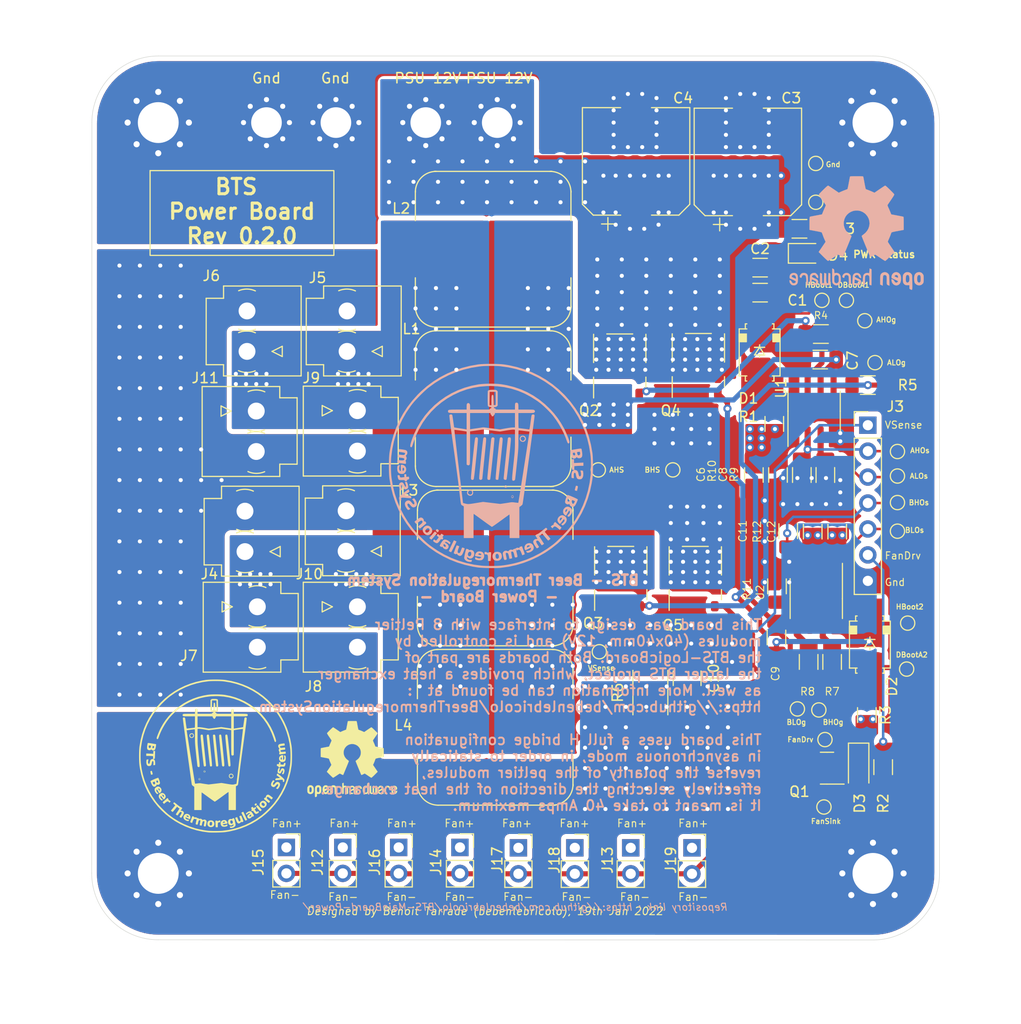
<source format=kicad_pcb>
(kicad_pcb (version 20211014) (generator pcbnew)
  (layers (0 "F.Cu" signal) (1 "In1.Cu" signal) (2 "In2.Cu" signal) (31 "B.Cu" signal) (35 "F.Paste" user) (36 "B.SilkS" user "B.Silkscreen") (37 "F.SilkS" user "F.Silkscreen") (38 "B.Mask" user) (39 "F.Mask" user) (44 "Edge.Cuts" user))
  (net 0 "")
  (net 1 "/Psu12V")
  (net 2 "GND")
  (net 3 "/AHS")
  (net 4 "/BHS")
  (net 5 "/VSense")
  (net 6 "/CoolingFanDriveSignal")
  (net 7 "/HBridge/+Peltier")
  (net 8 "/FanSink")
  (net 9 "/HBridge/AHO_Gate")
  (net 10 "/HBridge/ALO_Gate")
  (net 11 "/HBridge/BHO_Gate")
  (net 12 "/HBridge/BLO_Gate")
  (net 13 "/HBoot1")
  (net 14 "/HBoot2")
  (net 15 "/DBootAnode1")
  (net 16 "/DBootAnode2")
  (net 17 "/AHO_Sig")
  (net 18 "/ALO_Sig")
  (net 19 "/BHO_Sig")
  (net 20 "/BLO_Sig")
  (net 21 "/AHO")
  (net 22 "/ALO")
  (net 23 "/BHO")
  (net 24 "/BLO")
  (net 25 "Net-(D4-Pad2)")
  (footprint "TestPoint:TestPoint_Pad_D1.0mm" (layer "F.Cu") (at 186.4 81.2)
    (fp_text reference "TP1" hide)
    (fp_text value "TestPoint")
  )
  (footprint "BTS-MainBoard-Power:L_Bourns_SRP1270" (layer "F.Cu") (at 146.8 77 180)
    (fp_text reference "L1")
    (fp_text value "SRP1270-100M")
  )
  (footprint "BTS-MainBoard-Power:TE_1-1123723-2_1x02_P3.96mm_8Amps_Vertical" (layer "F.Cu") (at 132.4 90.96 90)
    (fp_text reference "J10")
    (fp_text value "PeCon")
  )
  (footprint "Resistor_SMD:R_1206_3216Metric_Pad1.30x1.75mm_HandSolder" (layer "F.Cu") (at 174.6 94.4 90)
    (fp_text reference "R11")
    (fp_text value "220")
  )
  (footprint "Capacitor_SMD:C_1206_3216Metric_Pad1.33x1.80mm_HandSolder" (layer "F.Cu") (at 178.1 89.05 90)
    (fp_text reference "C11")
    (fp_text value "1uF")
  )
  (footprint "Package_SO:SOIC-8_3.9x4.9mm_P1.27mm" (layer "F.Cu") (at 178.45 95.6 -90)
    (fp_text reference "U2")
    (fp_text value "LM5109BMA")
  )
  (footprint "Symbol:OSHW-Logo2_9.8x8mm_SilkScreen" (layer "F.Cu") (at 133 111.3)
    (fp_text reference "REF**" hide)
    (fp_text value "OSHW-Logo2_9.8x8mm_SilkScreen" hide)
  )
  (footprint "MountingHole:MountingHole_4mm_Pad_Via" (layer "F.Cu") (at 184 122.5)
    (fp_text reference "H4" hide)
    (fp_text value "MountingHole_Pad")
  )
  (footprint "Connector_PinSocket_2.54mm:PinSocket_1x02_P2.54mm_Vertical" (layer "F.Cu") (at 132.075 119.96)
    (fp_text reference "J12")
    (fp_text value "FanConn")
  )
  (footprint "Diode_SMD:D_0805_2012Metric" (layer "F.Cu") (at 177.4 61.8)
    (fp_text reference "D4")
    (fp_text value "LED")
  )
  (footprint "MountingHole:MountingHole_3mm_Pad_Via" (layer "F.Cu") (at 147.2 49)
    (fp_text reference "H6" hide)
    (fp_text value "MountingHole_Pad")
  )
  (footprint "MountingHole:MountingHole_3mm_Pad_Via" (layer "F.Cu") (at 140.2 49)
    (fp_text reference "H5" hide)
    (fp_text value "MountingHole_Pad")
  )
  (footprint "TestPoint:TestPoint_Pad_D1.0mm" (layer "F.Cu") (at 179.3 109.4)
    (fp_text reference "TP17" hide)
    (fp_text value "TestPoint")
  )
  (footprint "BTS-MainBoard-Power:TE_1-1123723-2_1x02_P3.96mm_8Amps_Vertical" (layer "F.Cu") (at 133.505 77.2 -90)
    (fp_text reference "J9")
    (fp_text value "PeCon")
  )
  (footprint "BTS-MainBoard-Power:TE_1-1123723-2_1x02_P3.96mm_8Amps_Vertical" (layer "F.Cu") (at 122.495 91 90)
    (fp_text reference "J4")
    (fp_text value "PeCon")
  )
  (footprint "Connector_PinSocket_2.54mm:PinSocket_1x02_P2.54mm_Vertical" (layer "F.Cu") (at 154.8 120)
    (fp_text reference "J18")
    (fp_text value "FanConn")
  )
  (footprint "MountingHole:MountingHole_4mm_Pad_Via" (layer "F.Cu") (at 184 49)
    (fp_text reference "H2" hide)
    (fp_text value "MountingHole_Pad")
  )
  (footprint "Resistor_SMD:R_1206_3216Metric_Pad1.30x1.75mm_HandSolder" (layer "F.Cu") (at 183.5 74.7 180)
    (fp_text reference "R5")
    (fp_text value "3.3")
  )
  (footprint "TestPoint:TestPoint_Pad_D1.0mm" (layer "F.Cu") (at 178.4 56.8)
    (fp_text reference "TP15" hide)
    (fp_text value "TestPoint")
  )
  (footprint "Connector_PinSocket_2.54mm:PinSocket_1x02_P2.54mm_Vertical" (layer "F.Cu") (at 143.55 119.96)
    (fp_text reference "J14")
    (fp_text value "FanConn")
  )
  (footprint "TestPoint:TestPoint_Pad_D1.0mm" (layer "F.Cu") (at 184.2 72.5)
    (fp_text reference "TP3" hide)
    (fp_text value "TestPoint")
  )
  (footprint "BTS-MainBoard-Power:L_Bourns_SRP1270" (layer "F.Cu") (at 146.8 61.4 180)
    (fp_text reference "L2")
    (fp_text value "SRP1270-100M")
  )
  (footprint "TestPoint:TestPoint_Pad_D1.0mm" (layer "F.Cu") (at 186.4 83.6)
    (fp_text reference "TP2" hide)
    (fp_text value "TestPoint")
  )
  (footprint "TestPoint:TestPoint_Pad_D1.0mm" (layer "F.Cu") (at 186.4 86.2)
    (fp_text reference "TP8" hide)
    (fp_text value "TestPoint")
  )
  (footprint "TestPoint:TestPoint_Pad_D1.0mm" (layer "F.Cu") (at 176.6 106.4)
    (fp_text reference "TP10" hide)
    (fp_text value "TestPoint")
  )
  (footprint "Capacitor_SMD:C_1206_3216Metric_Pad1.33x1.80mm_HandSolder" (layer "F.Cu") (at 178.8375 72.2)
    (fp_text reference "C7")
    (fp_text value "100nF")
  )
  (footprint "Connector_PinSocket_2.54mm:PinSocket_1x02_P2.54mm_Vertical" (layer "F.Cu") (at 137.55 119.96)
    (fp_text reference "J16")
    (fp_text value "FanConn")
  )
  (footprint "BTS-MainBoard-Power:L_Bourns_SRP1270" (layer "F.Cu") (at 147 92.6 180)
    (fp_text reference "L3")
    (fp_text value "SRP1270-100M")
  )
  (footprint "TestPoint:TestPoint_Pad_D1.0mm" (layer "F.Cu") (at 187.4 98)
    (fp_text reference "TP13" hide)
    (fp_text value "TestPoint")
  )
  (footprint "BTS-MainBoard-Power:TE_1-1123723-2_1x02_P3.96mm_8Amps_Vertical" (layer "F.Cu") (at 122.695 71.4 90)
    (fp_text reference "J6")
    (fp_text value "PeCon")
  )
  (footprint "Connector_PinSocket_2.54mm:PinSocket_1x02_P2.54mm_Vertical" (layer "F.Cu") (at 149.275 120)
    (fp_text reference "J17")
    (fp_text value "FanConn")
  )
  (footprint "Resistor_SMD:R_1206_3216Metric_Pad1.30x1.75mm_HandSolder" (layer "F.Cu") (at 175.7 89 -90)
    (fp_text reference "R12")
    (fp_text value "220")
  )
  (footprint "BTS-MainBoard-Power:BTS-LogoBW-WrappedCircle_15x15mm_silk" (layer "F.Cu") (at 119.6 111)
    (fp_text reference "G***" hide)
    (fp_text value "LOGO" hide)
  )
  (footprint "Connector_PinSocket_2.54mm:PinSocket_1x02_P2.54mm_Vertical" (layer "F.Cu") (at 160.275 120)
    (fp_text reference "J13")
    (fp_text value "FanConn")
  )
  (footprint "MountingHole:MountingHole_4mm_Pad_Via" (layer "F.Cu") (at 114 122.5)
    (fp_text reference "H3" hide)
    (fp_text value "MountingHole_Pad")
  )
  (footprint "Resistor_SMD:R_1206_3216Metric_Pad1.30x1.75mm_HandSolder" (layer "F.Cu") (at 174.3375 78.5 -90)
    (fp_text reference "R1")
    (fp_text value "3.3")
  )
  (footprint "BTS-MainBoard-Power:SS56B" (layer "F.Cu") (at 183.7 100.1 -90)
    (fp_text reference "D2")
    (fp_text value "SS56B")
  )
  (footprint "BTS-MainBoard-Power:NTMFS5G419NL" (layer "F.Cu") (at 159.2 72.8 90)
    (fp_text reference "Q2")
    (fp_text value "NTMFS5H419NL")
  )
  (footprint "Resistor_SMD:R_1206_3216Metric_Pad1.30x1.75mm_HandSolder" (layer "F.Cu") (at 183.4 107 -90)
    (fp_text reference "R3")
    (fp_text value "3.3")
  )
  (footprint "Resistor_SMD:R_1206_3216Metric_Pad1.30x1.75mm_HandSolder" (layer "F.Cu") (at 185 112.1 -90)
    (fp_text reference "R2")
    (fp_text value "1k")
  )
  (footprint "BTS-MainBoard-Power:SS56B" (layer "F.Cu") (at 172.9 71.5 -90)
    (fp_text reference "D1")
    (fp_text value "SS56B")
  )
  (footprint "BTS-MainBoard-Power:L_Bourns_SRP1270" (layer "F.Cu") (at 147 108.2 180)
    (fp_text reference "L4")
    (fp_text value "SRP1270-100M")
  )
  (footprint "Capacitor_SMD:C_1206_3216Metric_Pad1.33x1.80mm_HandSolder" (layer "F.Cu") (at 174.700833 83.5 -90)
    (fp_text reference "C8")
    (fp_text value "1uF")
  )
  (footprint "TestPoint:TestPoint_Pad_D1.0mm" (layer "F.Cu") (at 186.4 89)
    (fp_text reference "TP9" hide)
    (fp_text value "TestPoint")
  )
  (footprint "BTS-MainBoard-Power:TE_1-1123723-2_1x02_P3.96mm_8Amps_Vertical" (layer "F.Cu") (at 133.505 96.4 -90)
    (fp_text reference "J8")
    (fp_text value "PeCon")
  )
  (footprint "Resistor_SMD:R_1206_3216Metric_Pad1.30x1.75mm_HandSolder" (layer "F.Cu") (at 179.3375 83.5 -90)
    (fp_text reference "R9")
    (fp_text value "220")
  )
  (footprint "Capacitor_SMD:CP_Elec_10x10" (layer "F.Cu") (at 160.8 52.8 90)
    (fp_text reference "C4")
    (fp_text value "470uF")
  )
  (footprint "TestPoint:TestPoint_Pad_D1.0mm" (layer "F.Cu") (at 179 66.4)
    (fp_text reference "TP6" hide)
    (fp_text value "TestPoint")
  )
  (footprint "TestPoint:TestPoint_Pad_D1.0mm" (layer "F.Cu") (at 157.2 100.8)
    (fp_text reference "TP19" hide)
    (fp_text value "TestPoint")
  )
  (footprint "BTS-MainBoard-Power:NTMFS5G419NL" (layer "F.Cu") (at 166.6 93.6 90)
    (fp_text reference "Q5")
    (fp_text value "NTMFS5H419NL")
  )
  (footprint "Resistor_SMD:R_1206_3216Metric_Pad1.30x1.75mm_HandSolder" (layer "F.Cu") (at 176.8 59.4)
    (fp_text reference "R13")
    (fp_text value "1k")
  )
  (footprint "BTS-MainBoard-Power:TE_1-1123723-2_1x02_P3.96mm_8Amps_Vertical" (layer "F.Cu") (at 123.705 96.4 -90)
    (fp_text reference "J7")
    (fp_text value "PeCon")
  )
  (footprint "Resistor_SMD:R_1206_3216Metric_Pad1.30x1.75mm_HandSolder" (layer "F.Cu") (at 177.7 101.8 90)
    (fp_text reference "R8")
    (fp_text value "3.3")
  )
  (footprint "Resistor_SMD:R_1206_3216Metric_Pad1.30x1.75mm_HandSolder" (layer "F.Cu") (at 178.9 69.7)
    (fp_text reference "R4")
    (fp_text value "3.3")
  )
  (footprint "Capacitor_SMD:CP_Elec_10x10" (layer "F.Cu") (at 171.75 52.85 90)
    (fp_text reference "C3")
    (fp_text value "470uF")
  )
  (footprint "TestPoint:TestPoint_Pad_D1.0mm" (layer "F.Cu") (at 183.2 68.4)
    (fp_text reference "TP4" hide)
    (fp_text value "TestPoint")
  )
  (footprint "MountingHole:MountingHole_3mm_Pad_Via" (layer "F.Cu") (at 124.6 49)
    (fp_text reference "H8" hide)
    (fp_text value "MountingHole_Pad")
  )
  (footprint "Capacitor_SMD:C_1206_3216Metric_Pad1.33x1.80mm_HandSolder" (layer "F.Cu") (at 172.95 65.65)
    (fp_text reference "C1")
    (fp_text value "1uF")
  )
  (footprint "Package_TO_SOT_SMD:SOT-23" (layer "F.Cu") (at 179.5 112.2 180)
    (fp_text reference "Q1")
    (fp_text value "DMG3418L")
  )
  (footprint "Connector_PinSocket_2.54mm:PinSocket_1x02_P2.54mm_Vertical" (layer "F.Cu") (at 126.55 119.96)
    (fp_text reference "J15")
    (fp_text value "FanConn")
  )
  (footprint "Connector_PinHeader_2.54mm:PinHeader_1x07_P2.54mm_Vertical" (layer "F.Cu") (at 183.5 78.625)
    (fp_text reference "J3")
    (fp_text value "LogicBoardConnector")
  )
  (footprint "TestPoint:TestPoint_Pad_D1.0mm" (layer "F.Cu") (at 178.7 106.5)
    (fp_text reference "TP11" hide)
    (fp_text value "TestPoint")
  )
  (footprint "TestPoint:TestPoint_Pad_D1.0mm" (layer "F.Cu") (at 187.3 102.5)
    (fp_text reference "TP14" hide)
    (fp_text value "TestPoint")
  )
  (footprint "TestPoint:TestPoint_Pad_D1.0mm" (layer "F.Cu") (at 181.4 66.4)
    (fp_text reference "TP7" hide)
    (fp_text value "TestPoint")
  )
  (footprint "TestPoint:TestPoint_Pad_D1.0mm" (layer "F.Cu") (at 179.2 116)
    (fp_text reference "TP18" hide)
    (fp_text value "TestPoint")
  )
  (footprint "Capacitor_SMD:C_1206_3216Metric_Pad1.33x1.80mm_HandSolder" (layer "F.Cu") (at 180.5 89.05 90)
    (fp_text reference "C12")
    (fp_text value "100nF")
  )
  (footprint "BTS-MainBoard-Power:TE_1-1123723-2_1x02_P3.96mm_8Amps_Vertical" (layer "F.Cu") (at 132.495 71.4 90)
    (fp_text reference "J5")
    (fp_text value "PeCon")
  )
  (footprint "Capacitor_SMD:C_1210_3225Metric_Pad1.33x2.70mm_HandSolder" (layer "F.Cu") (at 165.8 103.4 -90)
    (fp_text reference "C10")
    (fp_text value "22nF")
  )
  (footprint "Resistor_SMD:R_1206_3216Metric_Pad1.30x1.75mm_HandSolder" (layer "F.Cu") (at 177.034166 83.5 90)
    (fp_text reference "R10")
    (fp_text value "220")
  )
  (footprint "Capacitor_SMD:C_1206_3216Metric_Pad1.33x1.80mm_HandSolder" (layer "F.Cu") (at 174.55 99.4 90)
    (fp_text reference "C9")
    (fp_text value "100nF")
  )
  (footprint "BTS-MainBoard-Power:TE_1-1123723-2_1x02_P3.96mm_8Amps_Vertical" (layer "F.Cu") (at 123.6 77.24 -90)
    (fp_text reference "J11")
    (fp_text value "PeCon")
  )
  (footprint "Capacitor_SMD:C_1206_3216Metric_Pad1.33x1.80mm_HandSolder" (layer "F.Cu") (at 172.95 63.2)
    (fp_text reference "C2")
    (fp_text value "1uF")
  )
  (footprint "Connector_PinSocket_2.54mm:PinSocket_1x02_P2.54mm_Vertical" (layer "F.Cu") (at 166.275 120)
    (fp_text reference "J19")
    (fp_text value "FanConn")
  )
  (footprint "TestPoint:TestPoint_Pad_D1.0mm" (layer "F.Cu") (at 164.4 83)
    (fp_text reference "TP12" hide)
    (fp_text value "TestPoint")
  )
  (footprint "MountingHole:MountingHole_4mm_Pad_Via" (layer "F.Cu") (at 114 49)
    (fp_text reference "H1" hide)
    (fp_text value "MountingHole_Pad")
  )
  (footprint "BTS-MainBoard-Power:NTMFS5G419NL" (layer "F.Cu") (at 166.9 72.755 90)
    (fp_text reference "Q4")
    (fp_text value "NTMFS5H419NL")
  )
  (footprint "TestPoint:TestPoint_Pad_D1.0mm" (layer "F.Cu") (at 157.1 83)
    (fp_text reference "TP5" hide)
    (fp_text value "TestPoint")
  )
  (footprint "Resistor_SMD:R_2512_6332Metric_Pad1.40x3.35mm_HandSolder" (layer "F.Cu") (at 162.2 104.8 -90)
    (fp_text reference "R6")
    (fp_text value "0.01")
  )
  (footprint "TestPoint:TestPoint_Pad_D1.0mm" (layer "F.Cu") (at 178.4 53)
    (fp_text reference "TP16" hide)
    (fp_text value "TestPoint")
  )
  (footprint "Resistor_SMD:R_1206_3216Metric_Pad1.30x1.75mm_HandSolder" (layer "F.Cu") (at 180 101.8 90)
    (fp_text reference "R7")
    (fp_text value "3.3")
  )
  (footprint "MountingHole:MountingHole_3mm_Pad_Via" (layer "F.Cu") (at 131.4 49)
    (fp_text reference "H7" hide)
    (fp_text value "MountingHole_Pad")
  )
  (footprint "BTS-MainBoard-Power:NTMFS5G419NL" (layer "F.Cu") (at 159.3 93.6 90)
    (fp_text reference "Q3")
    (fp_text value "NTMFS5H419NL")
  )
  (footprint "Package_SO:SOIC-8_3.9x4.9mm_P1.27mm" (layer "F.Cu") (at 178.2375 77.25 90)
    (fp_text reference "U1")
    (fp_text value "LM5109BMA")
  )
  (footprint "Capacitor_SMD:C_1206_3216Metric_Pad1.33x1.80mm_HandSolder" (layer "F.Cu") (at 172.3375 83.5 -90)
    (fp_text reference "C6")
    (fp_text value "100nF")
  )
  (footprint "Diode_SMD:D_SOD-123" (layer "F.Cu") (at 182.6 112 -90)
    (fp_text reference "D3")
    (fp_text value "1N4148W")
  )
  (footprint "Symbol:OSHW-Logo2_14.6x12mm_SilkScreen" (layer "B.Cu") (at 182.4 59.8 180)
    (fp_text reference "REF**" hide)
    (fp_text value "OSHW-Logo2_14.6x12mm_SilkScreen" hide)
  )
  (footprint "BTS-MainBoard-Power:BTS-LogoBW-WrappedCircle_20x20mm_silk" (layer "B.Cu") (at 146.6 82.6 180)
    (fp_text reference "G***" hide)
    (fp_text value "LOGO" hide)
  )
  (gr_rect (start 113.2 53.7) (end 131.2 62) (layer "F.SilkS") (width 0.12) (fill none))
  (gr_line (start 184 42.480798) (end 114.019202 42.480798) (layer "Edge.Cuts") (width 0.05))
  (gr_arc (start 107.5 49) (mid 109.40943 44.390228) (end 114.019202 42.480798) (layer "Edge.Cuts") (width 0.05))
  (gr_arc (start 184 42.480798) (mid 188.609772 44.390228) (end 190.519202 49) (layer "Edge.Cuts") (width 0.05))
  (gr_arc (start 190.519202 122.5) (mid 188.609772 127.109772) (end 184 129.019202) (layer "Edge.Cuts") (width 0.05))
  (gr_arc (start 114 129) (mid 109.390228 127.09057) (end 107.480798 122.480798) (layer "Edge.Cuts") (width 0.05))
  (gr_line (start 190.519202 49) (end 190.519202 122.5) (layer "Edge.Cuts") (width 0.05))
  (gr_line (start 107.5 49) (end 107.480798 122.480798) (layer "Edge.Cuts") (width 0.05))
  (gr_line (start 114 129) (end 184 129.019202) (layer "Edge.Cuts") (width 0.05))
  (gr_text "This board was design to interface with 8 Peltier\nmodules (40x40mm, 12V) and is controlled by \nthe BTS-LogicBoard. Both boards are part of \nthe larger BTS project, which provides a heat exchanger \nas well. More information can be found at  :\nhttps://github.com/bebenlebricolo/BeerThermoregulationSystem\n\nThis board uses a full H bridge configuration\nin asynchronous mode, in order to statically \nreverse the polarity of the peltier modules, \neffectively selecting the direction of the heat exchange.\nIt is meant to take 40 Amps maximum." (at 173.2 107) (layer "B.SilkS") (effects (font (size 1 1) (thickness 0.18)) (justify left mirror)))
  (gr_text "BTS - Beer Thermoregulation System \n- Power Board -" (at 146.4 94.6) (layer "B.SilkS") (effects (font (size 1 1) (thickness 0.25)) (justify mirror)))
  (gr_text "Repository link : https://github.com/bebenlebricolo/BTS-MainBoard-Power/" (at 149 125.8) (layer "B.SilkS") (effects (font (size 0.7 0.7) (thickness 0.1) italic) (justify mirror)))
  (gr_text "PSU 12V" (at 140.4 44.65) (layer "F.SilkS") (effects (font (size 1 1))))
  (gr_text "DBootA1" (at 182.1 64.9) (layer "F.SilkS") (effects (font (size 0.5 0.5) (thickness 0.1))))
  (gr_text "Fan-" (at 132.114285 124.8) (layer "F.SilkS") (effects (font (size 0.75 0.75) (thickness 0.1))))
  (gr_text "Fan+" (at 166.4 117.6) (layer "F.SilkS") (effects (font (size 0.75 0.75) (thickness 0.1))))
  (gr_text "Fan-" (at 137.82857 124.8) (layer "F.SilkS") (effects (font (size 0.75 0.75) (thickness 0.1))))
  (gr_text "Gnd" (at 186.15 94) (layer "F.SilkS") (effects (font (size 0.7 0.7) (thickness 0.1))))
  (gr_text "BHS" (at 162.4 83) (layer "F.SilkS") (effects (font (size 0.5 0.5) (thickness 0.1))))
  (gr_text "Fan+" (at 149.133332 117.6) (layer "F.SilkS") (effects (font (size 0.75 0.75) (thickness 0.1))))
  (gr_text "AHOg" (at 185.3 68.3) (layer "F.SilkS") (effects (font (size 0.5 0.5) (thickness 0.1))))
  (gr_text "Fan-" (at 166.4 124.8) (layer "F.SilkS") (effects (font (size 0.75 0.75) (thickness 0.1))))
  (gr_text "Fan-" (at 154.971425 124.8) (layer "F.SilkS") (effects (font (size 0.75 0.75) (thickness 0.1))))
  (gr_text "PWR Status" (at 185.1 61.9) (layer "F.SilkS") (effects (font (size 0.7 0.7))))
  (gr_text "FanDrv" (at 176.9 109.4) (layer "F.SilkS") (effects (font (size 0.5 0.5) (thickness 0.1))))
  (gr_text "ALOs" (at 188.5 83.6) (layer "F.SilkS") (effects (font (size 0.5 0.5) (thickness 0.1))))
  (gr_text "Fan-" (at 126.4 124.6) (layer "F.SilkS") (effects (font (size 0.75 0.75) (thickness 0.1))))
  (gr_text "Gnd" (at 124.6 44.65) (layer "F.SilkS") (effects (font (size 1 1))))
  (gr_text "PSU 12V" (at 147.4 44.65) (layer "F.SilkS") (effects (font (size 1 1))))
  (gr_text "Designed by Benoit Tarrade (bebenlebricolo), 19th Jan 2022" (at 146 126.2) (layer "F.SilkS") (effects (font (size 0.75 0.75) (thickness 0.1) italic)))
  (gr_text "Fan+" (at 160.4 117.6) (layer "F.SilkS") (effects (font (size 0.75 0.75) (thickness 0.1))))
  (gr_text "Fan-" (at 143.542855 124.8) (layer "F.SilkS") (effects (font (size 0.75 0.75) (thickness 0.1))))
  (gr_text "BHOg" (at 180.1 107.7) (layer "F.SilkS") (effects (font (size 0.5 0.5) (thickness 0.1))))
  (gr_text "DBootA2" (at 187.8 101.1) (layer "F.SilkS") (effects (font (size 0.5 0.5) (thickness 0.1))))
  (gr_text "Fan-" (at 160.68571 124.8) (layer "F.SilkS") (effects (font (size 0.75 0.75) (thickness 0.1))))
  (gr_text "HBoot1" (at 178.7 64.9) (layer "F.SilkS") (effects (font (size 0.5 0.5) (thickness 0.1))))
  (gr_text "VSense" (at 187 78.6) (layer "F.SilkS") (effects (font (size 0.7 0.7) (thickness 0.1))))
  (gr_text "FanSink" (at 179.4 117.4) (layer "F.SilkS") (effects (font (size 0.5 0.5) (thickness 0.1))))
  (gr_text "VSense" (at 157.4 102.4) (layer "F.SilkS") (effects (font (size 0.5 0.5) (thickness 0.1))))
  (gr_text "BLOs	" (at 189.1 88.9) (layer "F.SilkS") (effects (font (size 0.5 0.5) (thickness 0.1))))
  (gr_text "BTS \nPower Board\nRev 0.2.0" (at 122.2 57.7) (layer "F.SilkS") (effects (font (size 1.5 1.5) (thickness 0.3))))
  (gr_text "Fan+" (at 143.499999 117.6) (layer "F.SilkS") (effects (font (size 0.75 0.75) (thickness 0.1))))
  (gr_text "Gnd" (at 180.1 53.1) (layer "F.SilkS") (effects (font (size 0.5 0.5) (thickness 0.1))))
  (gr_text "PSU12" (at 180.6 56.8) (layer "F.SilkS") (effects (font (size 0.5 0.5) (thickness 0.1))))
  (gr_text "Fan-" (at 149.25714 124.8) (layer "F.SilkS") (effects (font (size 0.75 0.75) (thickness 0.1))))
  (gr_text "AHOs" (at 188.6 81.1) (layer "F.SilkS") (effects (font (size 0.5 0.5) (thickness 0.1))))
  (gr_text "BLOg" (at 176.5 107.7) (layer "F.SilkS") (effects (font (size 0.5 0.5) (thickness 0.1))))
  (gr_text "ALOg" (at 186.3 72.5) (layer "F.SilkS") (effects (font (size 0.5 0.5) (thickness 0.1))))
  (gr_text "FanDrv" (at 186.933333 91.4) (layer "F.SilkS") (effects (font (size 0.7 0.7) (thickness 0.1))))
  (gr_text "Gnd" (at 131.35 44.65) (layer "F.SilkS") (effects (font (size 1 1))))
  (gr_text "AHS" (at 158.9 83) (layer "F.SilkS") (effects (font (size 0.5 0.5) (thickness 0.1))))
  (gr_text "Fan+" (at 154.766665 117.6) (layer "F.SilkS") (effects (font (size 0.75 0.75) (thickness 0.1))))
  (gr_text "Fan+" (at 132.233333 117.6) (layer "F.SilkS") (effects (font (size 0.75 0.75) (thickness 0.1))))
  (gr_text "Fan+" (at 137.866666 117.6) (layer "F.SilkS") (effects (font (size 0.75 0.75) (thickness 0.1))))
  (gr_text "Fan+" (at 126.6 117.6) (layer "F.SilkS") (effects (font (size 0.75 0.75) (thickness 0.1))))
  (gr_text "BHOs" (at 188.5 86.2) (layer "F.SilkS") (effects (font (size 0.5 0.5) (thickness 0.1))))
  (gr_text "HBoot2" (at 187.6 96.4) (layer "F.SilkS") (effects (font (size 0.5 0.5) (thickness 0.1))))
  (segment (start 182.8 107.4) (end 182.8 107.95) (width 0.8) (layer "F.Cu") (net 1))
  (segment (start 176 56.8) (end 175 57.8) (width 0.25) (layer "F.Cu") (net 1))
  (segment (start 184 107.95) (end 183.4 108.55) (width 0.8) (layer "F.Cu") (net 1))
  (segment (start 178.4 56.8) (end 176 56.8) (width 0.25) (layer "F.Cu") (net 1))
  (segment (start 184 107.4) (end 184 107.95) (width 0.8) (layer "F.Cu") (net 1))
  (segment (start 182.8 107.95) (end 183.4 108.55) (width 0.8) (layer "F.Cu") (net 1))
  (via (at 161.7 72.2) (size 0.8) (drill 0.4) (layers "F.Cu" "B.Cu") (net 1))
  (via (at 173.8 59) (size 0.8) (drill 0.4) (layers "F.Cu" "B.Cu") (net 1))
  (via (at 169.6 59) (size 0.8) (drill 0.4) (layers "F.Cu" "B.Cu") (net 1))
  (via (at 165.6 70.2) (size 0.8) (drill 0.4) (layers "F.Cu" "B.Cu") (net 1))
  (via (at 153.4 54.8) (size 0.8) (drill 0.4) (layers "F.Cu" "B.Cu") (net 1))
  (via (at 155.8 56.8) (size 0.8) (drill 0.4) (layers "F.Cu" "B.Cu") (net 1))
  (via (at 171.9495 79) (size 0.8) (drill 0.4) (layers "F.Cu" "B.Cu") (net 1))
  (via (at 143.8 52.8) (size 0.8) (drill 0.4) (layers "F.Cu" "B.Cu") (net 1))
  (via (at 173.1 80.8) (size 0.8) (drill 0.4) (layers "F.Cu" "B.Cu") (net 1))
  (via (at 139 52.8) (size 0.8) (drill 0.4) (layers "F.Cu" "B.Cu") (net 1))
  (via (at 156.9 71.2) (size 0.8) (drill 0.4) (layers "F.Cu" "B.Cu") (net 1))
  (via (at 151 52.8) (size 0.8) (drill 0.4) (layers "F.Cu" "B.Cu") (net 1))
  (via (at 168 70.2) (size 0.8) (drill 0.4) (layers "F.Cu" "B.Cu") (net 1))
  (via (at 148.6 54.8) (size 0.8) (drill 0.4) (layers "F.Cu" "B.Cu") (net 1))
  (via (at 159.3 71.2) (size 0.8) (drill 0.4) (layers "F.Cu" "B.Cu") (net 1))
  (via (at 157 64) (size 0.8) (drill 0.4) (layers "F.Cu" "B.Cu") (net 1))
  (via (at 169.2 71.2) (size 0.8) (drill 0.4) (layers "F.Cu" "B.Cu") (net 1))
  (via (at 168.4 57.8) (size 0.8) (drill 0.4) (layers "F.Cu" "B.Cu") (net 1))
  (via (at 166.6 68.8) (size 0.8) (drill 0.4) (layers "F.Cu" "B.Cu") (net 1))
  (via (at 157.6 54.2) (size 0.8) (drill 0.4) (layers "F.Cu" "B.Cu") (net 1))
  (via (at 159.3 73.2) (size 0.8) (drill 0.4) (layers "F.Cu" "B.Cu") (net 1))
  (via (at 158.8 59) (size 0.8) (drill 0.4) (layers "F.Cu" "B.Cu") (net 1))
  (via (at 159.4 67.2) (size 0.8) (drill 0.4) (layers "F.Cu" "B.Cu") (net 1))
  (via (at 143.8 54.8) (size 0.8) (drill 0.4) (layers "F.Cu" "B.Cu") (net 1))
  (via (at 178.6 89.4) (size 0.8) (drill 0.4) (layers "F.Cu" "B.Cu") (net 1))
  (via (at 156.9 70.2) (size 0.8) (drill 0.4) (layers "F.Cu" "B.Cu") (net 1))
  (via (at 163 59) (size 0.8) (drill 0.4) (layers "F.Cu" "B.Cu") (net 1))
  (via (at 166.6 67.2) (size 0.8) (drill 0.4) (layers "F.Cu" "B.Cu") (net 1))
  (via (at 139 56.8) (size 0.8) (drill 0.4) (layers "F.Cu" "B.Cu") (net 1))
  (via (at 182.8 107.4) (size 0.8) (drill 0.4) (layers "F.Cu" "B.Cu") (net 1))
  (via (at 161.6 59.4) (size 0.8) (drill 0.4) (layers "F.Cu" "B.Cu") (net 1))
  (via (at 173.1 79) (size 0.8) (drill 0.4) (layers "F.Cu" "B.Cu") (net 1))
  (via (at 141.4 52.8) (size 0.8) (drill 0.4) (layers "F.Cu" "B.Cu") (net 1))
  (via (at 168 73.2) (size 0.8) (drill 0.4) (layers "F.Cu" "B.Cu") (net 1))
  (via (at 155.8 52.8) (size 0.8) (drill 0.4) (layers "F.Cu" "B.Cu") (net 1))
  (via (at 159.4 64) (size 0.8) (drill 0.4) (layers "F.Cu" "B.Cu") (net 1))
  (via (at 160.2 54.2) (size 0.8) (drill 0.4) (layers "F.Cu" "B.Cu") (net 1))
  (via (at 158.1 70.2) (size 0.8) (drill 0.4) (layers "F.Cu" "B.Cu") (net 1))
  (via (at 177.6 89.4) (size 0.8) (drill 0.4) (layers "F.Cu" "B.Cu") (net 1))
  (via (at 151 56.8) (size 0.8) (drill 0.4) (layers "F.Cu" "B.Cu") (net 1))
  (via (at 180 89.4) (size 0.8) (drill 0.4) (layers "F.Cu" "B.Cu") (net 1))
  (via (at 160.5 70.2) (size 0.8) (drill 0.4) (layers "F.Cu" "B.Cu") (net 1))
  (via (at 141.4 56.8) (size 0.8) (drill 0.4) (layers "F.Cu" "B.Cu") (net 1))
  (via (at 136.6 54.8) (size 0.8) (drill 0.4) (layers "F.Cu" "B.Cu") (net 1))
  (via (at 164.4 73.2) (size 0.8) (drill 0.4) (layers "F.Cu" "B.Cu") (net 1))
  (via (at 169.2 73.2) (size 0.8) (drill 0.4) (layers "F.Cu" "B.Cu") (net 1))
  (via (at 169.2 72.2) (size 0.8) (drill 0.4) (layers "F.Cu" "B.Cu") (net 1))
  (via (at 159.4 62.4) (size 0.8) (drill 0.4) (layers "F.Cu" "B.Cu") (net 1))
  (via (at 164.2 67.2) (size 0.8) (drill 0.4) (layers "F.Cu" "B.Cu") (net 1))
  (via (at 164.4 72.2) (size 0.8) (drill 0.4) (layers "F.Cu" "B.Cu") (net 1))
  (via (at 160.2 59.4) (size 0.8) (drill 0.4) (layers "F.Cu" "B.Cu") (net 1))
  (via (at 165.6 73.2) (size 0.8) (drill 0.4) (layers "F.Cu" "B.Cu") (net 1))
  (via (at 184 107.4) (size 0.8) (drill 0.4) (layers "F.Cu" "B.Cu") (net 1))
  (via (at 164 54.2) (size 0.8) (drill 0.4) (layers "F.Cu" "B.Cu") (net 1))
  (via (at 157 68.8) (size 0.8) (drill 0.4) (layers "F.Cu" "B.Cu") (net 1))
  (via (at 174.4 79) (size 0.8) (drill 0.4) (layers "F.Cu" "B.Cu") (net 1))
  (via (at 158.8 57.8) (size 0.8) (drill 0.4) (layers "F.Cu" "B.Cu") (net 1))
  (via (at 153.4 52.8) (size 0.8) (drill 0.4) (layers "F.Cu" "B.Cu") (net 1))
  (via (at 169.6 57.8) (size 0.8) (drill 0.4) (layers "F.Cu" "B.Cu") (net 1))
  (via (at 157 65.6) (size 0.8) (drill 0.4) (layers "F.Cu" "B.Cu") (net 1))
  (via (at 166.8 73.2) (size 0.8) (drill 0.4) (layers "F.Cu" "B.Cu") (net 1))
  (via (at 171 54.2) (size 0.8) (drill 0.4) (layers "F.Cu" "B.Cu") (net 1))
  (via (at 161.7 70.2) (size 0.8) (drill 0.4) (layers "F.Cu" "B.Cu") (net 1))
  (via (at 159.3 70.2) (size 0.8) (drill 0.4) (layers "F.Cu" "B.Cu") (net 1))
  (via (at 164.4 71.2) (size 0.8) (drill 0.4) (layers "F.Cu" "B.Cu") (net 1))
  (via (at 169.6 54.2) (size 0.8) (drill 0.4) (layers "F.Cu" "B.Cu") (net 1))
  (via (at 157.6 57.8) (size 0.8) (drill 0.4) (layers "F.Cu" "B.Cu") (net 1))
  (via (at 169 62.4) (size 0.8) (drill 0.4) (layers "F.Cu" "B.Cu") (net 1))
  (via (at 171.9495 79.9) (size 0.8) (drill 0.4) (layers "F.Cu" "B.Cu") (net 1))
  (via (at 166.6 65.6) (size 0.8) (drill 0.4) (layers "F.Cu" "B.Cu") (net 1))
  (via (at 172.4 59.4) (size 0.8) (drill 0.4) (layers "F.Cu" "B.Cu") (net 1))
  (via (at 161.8 67.2) (size 0.8) (drill 0.4) (layers "F.Cu" "B.Cu") (net 1))
  (via (at 164.2 68.8) (size 0.8) (drill 0.4) (layers "F.Cu" "B.Cu") (net 1))
  (via (at 151 54.8) (size 0.8) (drill 0.4) (layers "F.Cu" "B.Cu") (net 1))
  (via (at 168 72.2) (size 0.8) (drill 0.4) (layers "F.Cu" "B.Cu") (net 1))
  (via (at 173.8 54.2) (size 0.8) (drill 0.4) (layers "F.Cu" "B.Cu") (net 1))
  (via (at 168.4 54.2) (size 0.8) (drill 0.4) (layers "F.Cu" "B.Cu") (net 1))
  (via (at 156.9 72.2) (size 0.8) (drill 0.4) (layers "F.Cu" "B.Cu") (net 1))
  (via (at 169 64) (size 0.8) (drill 0.4) (layers "F.Cu" "B.Cu") (net 1))
  (via (at 161.8 62.4) (size 0.8) (drill 0.4) (layers "F.Cu" "B.Cu") (net 1))
  (via (at 164.4 70.2) (size 0.8) (drill 0.4) (layers "F.Cu" "B.Cu") (net 1))
  (via (at 159.4 68.8) (size 0.8) (drill 0.4) (layers "F.Cu" "B.Cu") (net 1))
  (via (at 165.6 71.2) (size 0.8) (drill 0.4) (layers "F.Cu" "B.Cu") (net 1))
  (via (at 166.6 64) (size 0.8) (drill 0.4) (layers "F.Cu" "B.Cu") (net 1))
  (via (at 143.8 56.8) (size 0.8) (drill 0.4) (layers "F.Cu" "B.Cu") (net 1))
  (via (at 161.6 54.2) (size 0.8) (drill 0.4) (layers "F.Cu" "B.Cu") (net 1))
  (via (at 165.6 72.2) (size 0.8) (drill 0.4) (layers "F.Cu" "B.Cu") (net 1))
  (via (at 158.1 73.2) (size 0.8) (drill 0.4) (layers "F.Cu" "B.Cu") (net 1))
  (via (at 164.2 62.4) (size 0.8) (drill 0.4) (layers "F.Cu" "B.Cu") (net 1))
  (via (at 161.8 68.8) (size 0.8) (drill 0.4) (layers "F.Cu" "B.Cu") (net 1))
  (via (at 157 67.2) (size 0.8) (drill 0.4) (layers "F.Cu" "B.Cu") (net 1))
  (via (at 136.6 52.8) (size 0.8) (drill 0.4) (layers "F.Cu" "B.Cu") (net 1))
  (via (at 161.8 64) (size 0.8) (drill 0.4) (layers "F.Cu" "B.Cu") (net 1))
  (via (at 155.8 54.8) (size 0.8) (drill 0.4) (layers "F.Cu" "B.Cu") (net 1))
  (via (at 175 57.8) (size 0.8) (drill 0.4) (layers "F.Cu" "B.Cu") (net 1))
  (via (at 166.6 62.4) (size 0.8) (drill 0.4) (layers "F.Cu" "B.Cu") (net 1))
  (via (at 148.6 52.8) (size 0.8) (drill 0.4) (layers "F.Cu" "B.Cu") (net 1))
  (via (at 164.2 65.6) (size 0.8) (drill 0.4) (layers "F.Cu" "B.Cu") (net 1))
  (via (at 166.8 72.2) (size 0.8) (drill 0.4) (layers "F.Cu" "B.Cu") (net 1))
  (via (at 136.6 56.8) (size 0.8) (drill 0.4) (layers "F.Cu" "B.Cu") (net 1))
  (via (at 139 54.8) (size 0.8) (drill 0.4) (layers "F.Cu" "B.Cu") (net 1))
  (via (at 160.5 71.2) (size 0.8) (drill 0.4) (layers "F.Cu" "B.Cu") (net 1))
  (via (at 158.1 72.2) (size 0.8) (drill 0.4) (layers "F.Cu" "B.Cu") (net 1))
  (via (at 166.8 71.2) (size 0.8) (drill 0.4) (layers "F.Cu" "B.Cu") (net 1))
  (via (at 161.8 65.6) (size 0.8) (drill 0.4) (layers "F.Cu" "B.Cu") (net 1))
  (via (at 169.2 70.2) (size 0.8) (drill 0.4) (layers "F.Cu" "B.Cu") (net 1))
  (via (at 159.4 65.6) (size 0.8) (drill 0.4) (layers "F.Cu" "B.Cu") (net 1))
  (via (at 163 54.2) (size 0.8) (drill 0.4) (layers "F.Cu" "B.Cu") (net 1))
  (via (at 163 57.8) (size 0.8) (drill 0.4) (layers "F.Cu" "B.Cu") (net 1))
  (via (at 146.2 56.8) (size 0.8) (drill 0.4) (layers "F.Cu" "B.Cu") (net 1))
  (via (at 161.7 73.2) (size 0.8) (drill 0.4) (layers "F.Cu" "B.Cu") (net 1))
  (via (at 153.4 56.8) (size 0.8) (drill 0.4) (layers "F.Cu" "B.Cu") (net 1))
  (via (at 160.5 72.2) (size 0.8) (drill 0.4) (layers "F.Cu" "B.Cu") (net 1))
  (via (at 158.8 54.2) (size 0.8) (drill 0.4) (layers "F.Cu" "B.Cu") (net 1))
  (via (at 169 65.6) (size 0.8) (drill 0.4) (layers "F.Cu" "B.Cu") (net 1))
  (via (at 171.9495 80.8) (size 0.8) (drill 0.4) (layers "F.Cu" "B.Cu") (net 1))
  (via (at 161.7 71.2) (size 0.8) (drill 0.4) (layers "F.Cu" "B.Cu") (net 1))
  (via (at 172.4 54.2) (size 0.8) (drill 0.4) (layers "F.Cu" "B.Cu") (net 1))
  (via (at 169 67.2) (size 0.8) (drill 0.4) (layers "F.Cu" "B.Cu") (net 1))
  (via (at 175 54.2) (size 0.8) (drill 0.4) (layers "F.Cu" "B.Cu") (net 1))
  (via (at 169 68.8) (size 0.8) (drill 0.4) (layers "F.Cu" "B.Cu") (net 1))
  (via (at 146.2 54.8) (size 0.8) (drill 0.4) (layers "F.Cu" "B.Cu") (net 1))
  (via (at 181 89.4) (size 0.8) (drill 0.4) (layers "F.Cu" "B.Cu") (net 1))
  (via (at 148.6 56.8) (size 0.8) (drill 0.4) (layers "F.Cu" "B.Cu") (net 1))
  (via (at 168 71.2) (size 0.8) (drill 0.4) (layers "F.Cu" "B.Cu") (net 1))
  (via (at 166.8 70.2) (size 0.8) (drill 0.4) (layers "F.Cu" "B.Cu") (net 1))
  (via (at 141.4 54.8) (size 0.8) (drill 0.4) (layers "F.Cu" "B.Cu") (net 1))
  (via (at 160.5 73.2) (size 0.8) (drill 0.4) (layers "F.Cu" "B.Cu") (net 1))
  (via (at 164.2 64) (size 0.8) (drill 0.4) (layers "F.Cu" "B.Cu") (net 1))
  (via (at 173.1 79.9) (size 0.8) (drill 0.4) (layers "F.Cu" "B.Cu") (net 1))
  (via (at 146.2 52.8) (size 0.8) (drill 0.4) (layers "F.Cu" "B.Cu") (net 1))
  (via (at 164 57.8) (size 0.8) (drill 0.4) (layers "F.Cu" "B.Cu") (net 1))
  (via (at 157 62.4) (size 0.8) (drill 0.4) (layers "F.Cu" "B.Cu") (net 1))
  (via (at 158.1 71.2) (size 0.8) (drill 0.4) (layers "F.Cu" "B.Cu") (net 1))
  (via (at 171 59.4) (size 0.8) (drill 0.4) (layers "F.Cu" "B.Cu") (net 1))
  (via (at 156.9 73.2) (size 0.8) (drill 0.4) (layers "F.Cu" "B.Cu") (net 1))
  (via (at 159.3 72.2) (size 0.8) (drill 0.4) (layers "F.Cu" "B.Cu") (net 1))
  (via (at 173.8 57.8) (size 0.8) (drill 0.4) (layers "F.Cu" "B.Cu") (net 1))
  (via (at 159.8 116.2) (size 0.8) (drill 0.4) (layers "F.Cu" "B.Cu") (net 2))
  (via (at 167.8 106.2) (size 0.8) (drill 0.4) (layers "F.Cu" "B.Cu") (net 2))
  (via (at 173.4 90) (size 0.8) (drill 0.4) (layers "F.Cu" "B.Cu") (net 2))
  (via (at 157.8 114.2) (size 0.8) (drill 0.4) (layers "F.Cu" "B.Cu") (net 2))
  (via (at 169.8 114.2) (size 0.8) (drill 0.4) (layers "F.Cu" "B.Cu") (net 2))
  (via (at 157.8 112.2) (size 0.8) (drill 0.4) (layers "F.Cu" "B.Cu") (net 2))
  (via (at 155.8 116.2) (size 0.8) (drill 0.4) (layers "F.Cu" "B.Cu") (net 2))
  (via (at 165.8 106.2) (size 0.8) (drill 0.4) (layers "F.Cu" "B.Cu") (net 2))
  (via (at 163.8 116.2) (size 0.8) (drill 0.4) (layers "F.Cu" "B.Cu") (net 2))
  (via (at 161.8 114.2) (size 0.8) (drill 0.4) (layers "F.Cu" "B.Cu") (net 2))
  (via (at 175.2 83.8) (size 0.8) (drill 0.4) (layers "F.Cu" "B.Cu") (net 2))
  (via (at 167.8 112.2) (size 0.8) (drill 0.4) (layers "F.Cu" "B.Cu") (net 2))
  (via (at 173.8 46.6) (size 0.8) (drill 0.4) (layers "F.Cu" "B.Cu") (net 2))
  (via (at 169.6 49) (size 0.8) (drill 0.4) (layers "F.Cu" "B.Cu") (net 2))
  (via (at 173.8 49) (size 0.8) (drill 0.4) (layers "F.Cu" "B.Cu") (net 2))
  (via (at 165.8 112.2) (size 0.8) (drill 0.4) (layers "F.Cu" "B.Cu") (net 2))
  (via (at 163.8 114.2) (size 0.8) (drill 0.4) (layers "F.Cu" "B.Cu") (net 2))
  (via (at 169.8 110.2) (size 0.8) (drill 0.4) (layers "F.Cu" "B.Cu") (net 2))
  (via (at 158.6 46.6) (size 0.8) (drill 0.4) (layers "F.Cu" "B.Cu") (net 2))
  (via (at 175.8 94) (size 0.8) (drill 0.4) (layers "F.Cu" "B.Cu") (net 2))
  (via (at 155.8 106.2) (size 0.8) (drill 0.4) (layers "F.Cu" "B.Cu") (net 2))
  (via (at 167.8 108.2) (size 0.8) (drill 0.4) (layers "F.Cu" "B.Cu") (net 2))
  (via (at 158.6 51.4) (size 0.8) (drill 0.4) (layers "F.Cu" "B.Cu") (net 2))
  (via (at 159.8 106.2) (size 0.8) (drill 0.4) (layers "F.Cu" "B.Cu") (net 2))
  (via (at 171 51.4) (size 0.8) (drill 0.4) (layers "F.Cu" "B.Cu") (net 2))
  (via (at 173.4 86) (size 0.8) (drill 0.4) (layers "F.Cu" "B.Cu") (net 2))
  (via (at 159.8 108.2) (size 0.8) (drill 0.4) (layers "F.Cu" "B.Cu") (net 2))
  (via (at 155.8 108.2) (size 0.8) (drill 0.4) (layers "F.Cu" "B.Cu") (net 2))
  (via (at 173.8 51.4) (size 0.8) (drill 0.4) (layers "F.Cu" "B.Cu") (net 2))
  (via (at 161.8 104.2) (size 0.8) (drill 0.4) (layers "F.Cu" "B.Cu") (net 2))
  (via (at 180.8 79.4) (size 0.8) (drill 0.4) (layers "F.Cu" "B.Cu") (net 2))
  (via (at 176.6 83.8) (size 0.8) (drill 0.4) (layers "F.Cu" "B.Cu") (net 2))
  (via (at 163.8 104.2) (size 0.8) (drill 0.4) (layers "F.Cu" "B.Cu") (net 2))
  (via (at 173.8 47.8) (size 0.8) (drill 0.4) (layers "F.Cu" "B.Cu") (net 2))
  (via (at 167.8 104.2) (size 0.8) (drill 0.4) (layers "F.Cu" "B.Cu") (net 2))
  (via (at 180.8 80.2) (size 0.8) (drill 0.4) (layers "F.Cu" "B.Cu") (net 2))
  (via (at 160 46.2) (size 0.8) (drill 0.4) (layers "F.Cu" "B.Cu") (net 2))
  (via (at 163.8 110.2) (size 0.8) (drill 0.4) (layers "F.Cu" "B.Cu") (net 2))
  (via (at 158.6 49) (size 0.8) (drill 0.4) (layers "F.Cu" "B.Cu") (net 2))
  (via (at 158.6 50.2) (size 0.8) (drill 0.4) (layers "F.Cu" "B.Cu") (net 2))
  (via (at 171 46.2) (size 0.8) (drill 0.4) (layers "F.Cu" "B.Cu") (net 2))
  (via (at 178 86.35) (size 0.8) (drill 0.4) (layers "F.Cu" "B.Cu") (net 2))
  (via (at 157.8 106.2) (size 0.8) (drill 0.4) (layers "F.Cu" "B.Cu") (net 2))
  (via (at 169.6 50.2) (size 0.8) (drill 0.4) (layers "F.Cu" "B.Cu") (net 2))
  (via (at 162.8 47.8) (size 0.8) (drill 0.4) (layers "F.Cu" "B.Cu") (net 2))
  (via (at 173.4 94) (size 0.8) (drill 0.4) (layers "F.Cu" "B.Cu") (net 2))
  (via (at 165.8 110.2) (size 0.8) (drill 0.4) (layers "F.Cu" "B.Cu") (net 2))
  (via (at 167.8 114.2) (size 0.8) (drill 0.4) (layers "F.Cu" "B.Cu") (net 2))
  (via (at 159.8 110.2) (size 0.8) (drill 0.4) (layers "F.Cu" "B.Cu") (net 2))
  (via (at 161.8 112.2) (size 0.8) (drill 0.4) (layers "F.Cu" "B.Cu") (net 2))
  (via (at 161.4 46.2) (size 0.8) (drill 0.4) (layers "F.Cu" "B.Cu") (net 2))
  (via (at 178 83.8) (size 0.8) (drill 0.4) (layers "F.Cu" "B.Cu") (net 2))
  (via (at 176.6 86.35) (size 0.8) (drill 0.4) (layers "F.Cu" "B.Cu") (net 2))
  (via (at 167.8 116.2) (size 0.8) (drill 0.4) (layers "F.Cu" "B.Cu") (net 2))
  (via (at 162.8 46.6) (size 0.8) (drill 0.4) (layers "F.Cu" "B.Cu") (net 2))
  (via (at 161.8 116.2) (size 0.8) (drill 0.4) (layers "F.Cu" "B.Cu") (net 2))
  (via (at 173.4 92) (size 0.8) (drill 0.4) (layers "F.Cu" "B.Cu") (net 2))
  (via (at 169.8 108.2) (size 0.8) (drill 0.4) (layers "F.Cu" "B.Cu") (net 2))
  (via (at 175.8 92) (size 0.8) (drill 0.4) (layers "F.Cu" "B.Cu") (net 2))
  (via (at 159.8 104.2) (size 0.8) (drill 0.4) (layers "F.Cu" "B.Cu") (net 2))
  (via (at 163.8 106.2) (size 0.8) (drill 0.4) (layers "F.Cu" "B.Cu") (net 2))
  (via (at 162.8 49) (size 0.8) (drill 0.4) (layers "F.Cu" "B.Cu") (net 2))
  (via (at 167.8 110.2) (size 0.8) (drill 0.4) (layers "F.Cu" "B.Cu") (net 2))
  (via (at 169.8 104.2) (size 0.8) (drill 0.4) (layers "F.Cu" "B.Cu") (net 2))
  (via (at 172.4 46.2) (size 0.8) (drill 0.4) (layers "F.Cu" "B.Cu") (net 2))
  (via (at 180.8 86.35) (size 0.8) (drill 0.4) (layers "F.Cu" "B.Cu") (net 2))
  (via (at 169.6 51.4) (size 0.8) (drill 0.4) (layers "F.Cu" "B.Cu") (net 2))
  (via (at 175.2 86.35) (size 0.8) (drill 0.4) (layers "F.Cu" "B.Cu") (net 2))
  (via (at 179.4 86.35) (size 0.8) (drill 0.4) (layers "F.Cu" "B.Cu") (net 2))
  (via (at 172.4 51.4) (size 0.8) (drill 0.4) (layers "F.Cu" "B.Cu") (net 2))
  (via (at 161.4 51.4) (size 0.8) (drill 0.4) (layers "F.Cu" "B.Cu") (net 2))
  (via (at 155.8 114.2) (size 0.8) (drill 0.4) (layers "F.Cu" "B.Cu") (net 2))
  (via (at 165.8 116.2) (size 0.8) (drill 0.4) (layers "F.Cu" "B.Cu") (net 2))
  (via (at 158.6 47.8) (size 0.8) (drill 0.4) (layers "F.Cu" "B.Cu") (net 2))
  (via (at 155.8 110.2) (size 0.8) (drill 0.4) (layers "F.Cu" "B.Cu") (net 2))
  (via (at 159.8 112.2) (size 0.8) (drill 0.4) (layers "F.Cu" "B.Cu") (net 2))
  (via (at 169.8 106.2) (size 0.8) (drill 0.4) (layers "F.Cu" "B.Cu") (net 2))
  (via (at 169.6 46.6) (size 0.8) (drill 0.4) (layers "F.Cu" "B.Cu") (net 2))
  (via (at 157.8 116.2) (size 0.8) (drill 0.4) (layers "F.Cu" "B.Cu") (net 2))
  (via (at 157.8 104.2) (size 0.8) (drill 0.4) (layers "F.Cu" "B.Cu") (net 2))
  (via (at 155.8 104.2) (size 0.8) (drill 0.4) (layers "F.Cu" "B.Cu") (net 2))
  (via (at 162.8 51.4) (size 0.8) (drill 0.4) (layers "F.Cu" "B.Cu") (net 2))
  (via (at 159.8 114.2) (size 0.8) (drill 0.4) (layers "F.Cu" "B.Cu") (net 2))
  (via (at 180.8 85.2) (size 0.8) (drill 0.4) (layers "F.Cu" "B.Cu") (net 2))
  (via (at 157.8 108.2) (size 0.8) (drill 0.4) (layers "F.Cu" "B.Cu") (net 2))
  (via (at 169.6 47.8) (size 0.8) (drill 0.4) (layers "F.Cu" "B.Cu") (net 2))
  (via (at 169.8 116.2) (size 0.8) (drill 0.4) (layers "F.Cu" "B.Cu") (net 2))
  (via (at 162.8 50.2) (size 0.8) (drill 0.4) (layers "F.Cu" "B.Cu") (net 2))
  (via (at 169.8 112.2) (size 0.8) (drill 0.4) (layers "F.Cu" "B.Cu") (net 2))
  (via (at 161.8 110.2) (size 0.8) (drill 0.4) (layers "F.Cu" "B.Cu") (net 2))
  (via (at 179.4 83.8) (size 0.8) (drill 0.4) (layers "F.Cu" "B.Cu") (net 2))
  (via (at 165.8 108.2) (size 0.8) (drill 0.4) (layers "F.Cu" "B.Cu") (net 2))
  (via (at 161.8 106.2) (size 0.8) (drill 0.4) (layers "F.Cu" "B.Cu") (net 2))
  (via (at 180.8 84) (size 0.8) (drill 0.4) (layers "F.Cu" "B.Cu") (net 2))
  (via (at 155.8 112.2) (size 0.8) (drill 0.4) (layers "F.Cu" "B.Cu") (net 2))
  (via (at 160 51.4) (size 0.8) (drill 0.4) (layers "F.Cu" "B.Cu") (net 2))
  (via (at 173.8 50.2) (size 0.8) (drill 0.4) (layers "F.Cu" "B.Cu") (net 2))
  (via (at 157.8 110.2) (size 0.8) (drill 0.4) (layers "F.Cu" "B.Cu") (net 2))
  (via (at 165.8 114.2) (size 0.8) (drill 0.4) (layers "F.Cu" "B.Cu") (net 2))
  (via (at 163.8 112.2) (size 0.8) (drill 0.4) (layers "F.Cu" "B.Cu") (net 2))
  (via (at 173.4 88) (size 0.8) (drill 0.4) (layers "F.Cu" "B.Cu") (net 2))
  (segment (start 159.835 76.435) (end 159.835 75.54725) (width 0.5) (layer "F.Cu") (net 3))
  (segment (start 180.4 72.2) (end 178.8725 73.7275) (width 0.5) (layer "F.Cu") (net 3))
  (segment (start 178.8725 73.7275) (end 178.8725 74.775) (width 0.5) (layer "F.Cu") (net 3))
  (segment (start 160 76.6) (end 159.835 76.435) (width 0.5) (layer "F.Cu") (net 3))
  (via (at 152.6 102.2) (size 0.8) (drill 0.4) (layers "F.Cu" "B.Cu") (remove_unused_layers) (net 3))
  (via (at 152.2 65.2) (size 0.8) (drill 0.4) (layers "F.Cu" "B.Cu") (net 3))
  (via (at 156.9 94) (size 0.8) (drill 0.4) (layers "F.Cu" "B.Cu") (net 3))
  (via (at 157.2 77.6) (size 0.8) (drill 0.4) (layers "F.Cu" "B.Cu") (net 3))
  (via (at 154.6 102.2) (size 0.8) (drill 0.4) (layers "F.Cu" "B.Cu") (remove_unused_layers) (net 3))
  (via (at 159.3 93) (size 0.8) (drill 0.4) (layers "F.Cu" "B.Cu") (net 3))
  (via (at 154.6 100.2) (size 0.8) (drill 0.4) (layers "F.Cu" "B.Cu") (remove_unused_layers) (net 3))
  (via (at 150.2 65.2) (size 0.8) (drill 0.4) (layers "F.Cu" "B.Cu") (net 3))
  (via (at 160 78.6) (size 0.8) (drill 0.4) (layers "F.Cu" "B.Cu") (net 3))
  (via (at 157.2 76.6) (size 0.8) (drill 0.4) (layers "F.Cu" "B.Cu") (net 3))
  (via (at 157.2 78.6) (size 0.8) (drill 0.4) (layers "F.Cu" "B.Cu") (net 3))
  (via (at 156.9 92) (size 0.8) (drill 0.4) (layers "F.Cu" "B.Cu") (net 3))
  (via (at 150.6 100.2) (size 0.8) (drill 0.4) (layers "F.Cu" "B.Cu") (remove_unused_layers) (net 3))
  (via (at 159.3 92) (size 0.8) (drill 0.4) (layers "F.Cu" "B.Cu") (net 3))
  (via (at 160 76.6) (size 0.8) (drill 0.4) (layers "F.Cu" "B.Cu") (net 3))
  (via (at 160.5 94) (size 0.8) (drill 0.4) (layers "F.Cu" "B.Cu") (net 3))
  (via (at 155.8 77.6) (size 0.8) (drill 0.4) (layers "F.Cu" "B.Cu") (net 3))
  (via (at 152.2 69.2) (size 0.8) (drill 0.4) (layers "F.Cu" "B.Cu") (net 3))
  (via (at 152.2 73.2) (size 0.8) (drill 0.4) (layers "F.Cu" "B.Cu") (net 3))
  (via (at 154.6 98.2) (size 0.8) (drill 0.4) (layers "F.Cu" "B.Cu") (remove_unused_layers) (net 3))
  (via (at 150.6 102.2) (size 0.8) (drill 0.4) (layers "F.Cu" "B.Cu") (remove_unused_layers) (net 3))
  (via (at 160.5 93) (size 0.8) (drill 0.4) (layers "F.Cu" "B.Cu") (net 3))
  (via (at 159.3 91) (size 0.8) (drill 0.4) (layers "F.Cu" "B.Cu") (net 3))
  (via (at 152.6 104.2) (size 0.8) (drill 0.4) (layers "F.Cu" "B.Cu") (remove_unused_layers) (net 3))
  (via (at 150.2 69.2) (size 0.8) (drill 0.4) (layers "F.Cu" "B.Cu") (net 3))
  (via (at 180.4 72.2) (size 0.8) (drill 0.4) (layers "F.Cu" "B.Cu") (net 3))
  (via (at 161.7 94) (size 0.8) (drill 0.4) (layers "F.Cu" "B.Cu") (net 3))
  (via (at 150.6 98.2) (size 0.8) (drill 0.4) (layers "F.Cu" "B.Cu") (remove_unused_layers) (net 3))
  (via (at 159.3 94) (size 0.8) (drill 0.4) (layers "F.Cu" "B.Cu") (net 3))
  (via (at 152.2 71.2) (size 0.8) (drill 0.4) (layers "F.Cu" "B.Cu") (net 3))
  (via (at 154.2 69.2) (size 0.8) (drill 0.4) (layers "F.Cu" "B.Cu") (net 3))
  (via (at 161.7 92) (size 0.8) (drill 0.4) (layers "F.Cu" "B.Cu") (net 3))
  (via (at 161.7 91) (size 0.8) (drill 0.4) (layers "F.Cu" "B.Cu") (net 3))
  (via (at 152.6 100.2) (size 0.8) (drill 0.4) (layers "F.Cu" "B.Cu") (remove_unused_layers) (net 3))
  (via (at 160 77.6) (size 0.8) (drill 0.4) (layers "F.Cu" "B.Cu") (net 3))
  (via (at 154.6 96.2) (size 0.8) (drill 0.4) (layers "F.Cu" "B.Cu") (remove_unused_layers) (net 3))
  (via (at 158.6 77.6) (size 0.8) (drill 0.4) (layers "F.Cu" "B.Cu") (net 3))
  (via (at 158.1 94) (size 0.8) (drill 0.4) (layers "F.Cu" "B.Cu") (net 3))
  (via (at 158.1 92) (size 0.8) (drill 0.4) (layers "F.Cu" "B.Cu") (net 3))
  (via (at 154.2 71.2) (size 0.8) (drill 0.4) (layers "F.Cu" "B.Cu") (net 3))
  (via (at 160.5 92) (size 0.8) (drill 0.4) (layers "F.Cu" "B.Cu") (net 3))
  (via (at 156.9 93) (size 0.8) (drill 0.4) (layers "F.Cu" "B.Cu") (net 3))
  (via (at 152.6 98.2) (size 0.8) (drill 0.4) (layers "F.Cu" "B.Cu") (remove_unused_layers) (net 3))
  (via (at 158.1 93) (size 0.8) (drill 0.4) (layers "F.Cu" "B.Cu") (net 3))
  (via (at 150.2 67.2) (size 0.8) (drill 0.4) (layers "F.Cu" "B.Cu") (net 3))
  (via (at 158.6 78.6) (size 0.8) (drill 0.4) (layers "F.Cu" "B.Cu") (net 3))
  (via (at 150.2 71.2) (size 0.8) (drill 0.4) (layers "F.Cu" "B.Cu") (net 3))
  (via (at 158.6 76.6) (size 0.8) (drill 0.4) (layers "F.Cu" "B.Cu") (net 3))
  (via (at 155.8 76.6) (size 0.8) (drill 0.4) (layers "F.Cu" "B.Cu") (net 3))
  (via (at 161.7 93) (size 0.8) (drill 0.4) (layers "F.Cu" "B.Cu") (net 3))
  (via (at 152.6 96.2) (size 0.8) (drill 0.4) (layers "F.Cu" "B.Cu") (remove_unused_layers) (net 3))
  (via (at 158.1 91) (size 0.8) (drill 0.4) (layers "F.Cu" "B.Cu") (net 3))
  (via (at 150.6 104.2) (size 0.8) (drill 0.4) (layers "F.Cu" "B.Cu") (remove_unused_layers) (net 3))
  (via (at 155.8 78.6) (size 0.8) (drill 0.4) (layers "F.Cu" "B.Cu") (net 3))
  (via (at 152.2 67.2) (size 0.8) (drill 0.4) (layers "F.Cu" "B.Cu") (net 3))
  (via (at 150.2 73.2) (size 0.8) (drill 0.4) (layers "F.Cu" "B.Cu") (net 3))
  (via (at 154.2 73.2) (size 0.8) (drill 0.4) (layers "F.Cu" "B.Cu") (net 3))
  (via (at 156.9 91) (size 0.8) (drill 0.4) (layers "F.Cu" "B.Cu") (net 3))
  (via (at 154.6 104.2) (size 0.8) (drill 0.4) (layers "F.Cu" "B.Cu") (remove_unused_layers) (net 3))
  (via (at 150.6 96.2) (size 0.8) (drill 0.4) (layers "F.Cu" "B.Cu") (remove_unused_layers) (net 3))
  (via (at 160.5 91) (size 0.8) (drill 0.4) (layers "F.Cu" "B.Cu") (net 3))
  (via (at 154.2 67.2) (size 0.8) (drill 0.4) (layers "F.Cu" "B.Cu") (net 3))
  (via (at 154.2 65.2) (size 0.8) (drill 0.4) (layers "F.Cu" "B.Cu") (net 3))
  (segment (start 174.3 72.2) (end 180.4 72.2) (width 0.5) (layer "B.Cu") (net 3))
  (segment (start 160.449511 76.150489) (end 170.349511 76.150489) (width 0.5) (layer "B.Cu") (net 3))
  (segment (start 160 76.6) (end 160.449511 76.150489) (width 0.5) (layer "B.Cu") (net 3))
  (segment (start 170.349511 76.150489) (end 174.3 72.2) (width 0.5) (layer "B.Cu") (net 3))
  (segment (start 174.959651 97.8375) (end 176.197151 96.6) (width 0.5) (layer "F.Cu") (net 4))
  (segment (start 174.55 97.8375) (end 174.2375 97.8375) (width 0.5) (layer "F.Cu") (net 4))
  (segment (start 177.815 97.522151) (end 177.815 98.075) (width 0.5) (layer "F.Cu") (net 4))
  (segment (start 170.4 94) (end 169 94) (width 0.5) (layer "F.Cu") (net 4))
  (segment (start 174.55 97.8375) (end 174.959651 97.8375) (width 0.5) (layer "F.Cu") (net 4))
  (segment (start 176.197151 96.6) (end 176.892849 96.6) (width 0.5) (layer "F.Cu") (net 4))
  (segment (start 174.2375 97.8375) (end 170.4 94) (width 0.5) (layer "F.Cu") (net 4))
  (segment (start 176.892849 96.6) (end 177.815 97.522151) (width 0.5) (layer "F.Cu") (net 4))
  (via (at 166.2 79) (size 0.8) (drill 0.4) (layers "F.Cu" "B.Cu") (net 4))
  (via (at 110.2 72) (size 0.8) (drill 0.4) (layers "F.Cu" "B.Cu") (remove_unused_layers) (net 4))
  (via (at 168 79) (size 0.8) (drill 0.4) (layers "F.Cu" "B.Cu") (net 4))
  (via (at 166.6 91) (size 0.8) (drill 0.4) (layers "F.Cu" "B.Cu") (net 4))
  (via (at 166.2 77.6) (size 0.8) (drill 0.4) (layers "F.Cu" "B.Cu") (net 4))
  (via (at 116.2 81) (size 0.8) (drill 0.4) (layers "F.Cu" "B.Cu") (remove_unused_layers) (net 4))
  (via (at 164.2 86.6) (size 0.8) (drill 0.4) (layers "F.Cu" "B.Cu") (net 4))
  (via (at 116.2 99) (size 0.8) (drill 0.4) (layers "F.Cu" "B.Cu") (remove_unused_layers) (net 4))
  (via (at 110.2 96) (size 0.8) (drill 0.4) (layers "F.Cu" "B.Cu") (remove_unused_layers) (net 4))
  (via (at 114.2 90) (size 0.8) (drill 0.4) (layers "F.Cu" "B.Cu") (remove_unused_layers) (net 4))
  (via (at 164.2 88.2) (size 0.8) (drill 0.4) (layers "F.Cu" "B.Cu") (net 4))
  (via (at 114.2 84) (size 0.8) (drill 0.4) (layers "F.Cu" "B.Cu") (remove_unused_layers) (net 4))
  (via (at 164.4 79) (size 0.8) (drill 0.4) (layers "F.Cu" "B.Cu") (net 4))
  (via (at 114.2 81) (size 0.8) (drill 0.4) (layers "F.Cu" "B.Cu") (remove_unused_layers) (net 4))
  (via (at 116.2 75) (size 0.8) (drill 0.4) (layers "F.Cu" "B.Cu") (remove_unused_layers) (net 4))
  (via (at 118.2 87) (size 0.8) (drill 0.4) (layers "F.Cu" "B.Cu") (remove_unused_layers) (net 4))
  (via (at 167.8 92) (size 0.8) (drill 0.4) (layers "F.Cu" "B.Cu") (net 4))
  (via (at 165.4 91) (size 0.8) (drill 0.4) (layers "F.Cu" "B.Cu") (net 4))
  (via (at 114.2 93) (size 0.8) (drill 0.4) (layers "F.Cu" "B.Cu") (remove_unused_layers) (net 4))
  (via (at 164.4 80.4) (size 0.8) (drill 0.4) (layers "F.Cu" "B.Cu") (net 4))
  (via (at 112.2 93) (size 0.8) (drill 0.4) (layers "F.Cu" "B.Cu") (remove_unused_layers) (net 4))
  (via (at 169 92) (size 0.8) (drill 0.4) (layers "F.Cu" "B.Cu") (net 4))
  (via (at 167.4 86.6) (size 0.8) (drill 0.4) (layers "F.Cu" "B.Cu") (net 4))
  (via (at 167.8 91) (size 0.8) (drill 0.4) (layers "F.Cu" "B.Cu") (net 4))
  (via (at 168 77.6) (size 0.8) (drill 0.4) (layers "F.Cu" "B.Cu") (net 4))
  (via (at 110.2 78) (size 0.8) (drill 0.4) (layers "F.Cu" "B.Cu") (remove_unused_layers) (net 4))
  (via (at 169 89.8) (size 0.8) (drill 0.4) (layers "F.Cu" "B.Cu") (net 4))
  (via (at 169 86.6) (size 0.8) (drill 0.4) (layers "F.Cu" "B.Cu") (net 4))
  (via (at 112.2 63) (size 0.8) (drill 0.4) (layers "F.Cu" "B.Cu") (remove_unused_layers) (net 4))
  (via (at 165.4 94) (size 0.8) (drill 0.4) (layers "F.Cu" "B.Cu") (net 4))
  (via (at 166.6 92) (size 0.8) (drill 0.4) (layers "F.Cu" "B.Cu") (net 4))
  (via (at 110.2 99) (size 0.8) (drill 0.4) (layers "F.Cu" "B.Cu") (remove_unused_layers) (net 4))
  (via (at 162.6 80.4) (size 0.8) (drill 0.4) (layers "F.Cu" "B.Cu") (net 4))
  (via (at 116.2 84) (size 0.8) (drill 0.4) (layers "F.Cu" "B.Cu") (remove_unused_layers) (net 4))
  (via (at 116.2 72) (size 0.8) (drill 0.4) (layers "F.Cu" "B.Cu") (remove_unused_layers) (net 4))
  (via (at 114.2 96) (size 0.8) (drill 0.4) (layers "F.Cu" "B.Cu") (remove_unused_layers) (net 4))
  (via (at 112.2 72) (size 0.8) (drill 0.4) (layers "F.Cu" "B.Cu") (remove_unused_layers) (net 4))
  (via (at 110.2 69) (size 0.8) (drill 0.4) (layers "F.Cu" "B.Cu") (remove_unused_layers) (net 4))
  (via (at 114.2 72) (size 0.8) (drill 0.4) (layers "F.Cu" "B.Cu") (remove_unused_layers) (net 4))
  (via (at 165.8 88.2) (size 0.8) (drill 0.4) (layers "F.Cu" "B.Cu") (net 4))
  (via (at 116.2 90) (size 0.8) (drill 0.4) (layers "F.Cu" "B.Cu") (remove_unused_layers) (net 4))
  (via (at 114.2 78) (size 0.8) (drill 0.4) (layers "F.Cu" "B.Cu") (remove_unused_layers) (net 4))
  (via (at 164.2 92) (size 0.8) (drill 0.4) (layers "F.Cu" "B.Cu") (net 4))
  (via (at 112.2 99) (size 0.8) (drill 0.4) (layers "F.Cu" "B.Cu") (remove_unused_layers) (net 4))
  (via (at 164.4 77.6) (size 0.8) (drill 0.4) (layers "F.Cu" "B.Cu") (net 4))
  (via (at 164.2 94) (size 0.8) (drill 0.4) (layers "F.Cu" "B.Cu") (net 4))
  (via (at 166.6 93) (size 0.8) (drill 0.4) (layers "F.Cu" "B.Cu") (net 4))
  (via (at 116.2 93) (size 0.8) (drill 0.4) (layers "F.Cu" "B.Cu") (remove_unused_layers) (net 4))
  (via (at 110.2 63) (size 0.8) (drill 0.4) (layers "F.Cu" "B.Cu") (remove_unused_layers) (net 4))
  (via (at 110.2 93) (size 0.8) (drill 0.4) (layers "F.Cu" "B.Cu") (remove_unused_layers) (net 4))
  (via (at 110.2 66) (size 0.8) (drill 0.4) (layers "F.Cu" "B.Cu") (remove_unused_layers) (net 4))
  (via (at 165.4 93) (size 0.8) (drill 0.4) (layers "F.Cu" "B.Cu") (net 4))
  (via (at 110.2 84) (size 0.8) (drill 0.4) (layers "F.Cu" "B.Cu") (remove_unused_layers) (net 4))
  (via (at 169 93) (size 0.8) (drill 0.4) (layers "F.Cu" "B.Cu") (net 4))
  (via (at 114.2 99) (size 0.8) (drill 0.4) (layers "F.Cu" "B.Cu") (remove_unused_layers) (net 4))
  (via (at 167.4 89.8) (size 0.8) (drill 0.4) (layers "F.Cu" "B.Cu") (net 4))
  (via (at 165.4 92) (size 0.8) (drill 0.4) (layers "F.Cu" "B.Cu") (net 4))
  (via (at 112.2 78) (size 0.8) (drill 0.4) (layers "F.Cu" "B.Cu") (remove_unused_layers) (net 4))
  (via (at 169 91) (size 0.8) (drill 0.4) (layers "F.Cu" "B.Cu") (net 4))
  (via (at 116.2 96) (size 0.8) (drill 0.4) (layers "F.Cu" "B.Cu") (remove_unused_layers) (net 4))
  (via (at 112.2 105) (size 0.8) (drill 0.4) (layers "F.Cu" "B.Cu") (remove_unused_layers) (net 4))
  (via (at 110.2 87) (size 0.8) (drill 0.4) (layers "F.Cu" "B.Cu") (remove_unused_layers) (net 4))
  (via (at 114.2 105) (size 0.8) (drill 0.4) (layers "F.Cu" "B.Cu") (remove_unused_layers) (net 4))
  (via (at 169 94) (size 0.8) (drill 0.4) (layers "F.Cu" "B.Cu") (net 4))
  (via (at 167.4 88.2) (size 0.8) (drill 0.4) (layers "F.Cu" "B.Cu") (net 4))
  (via (at 114.2 69) (size 0.8) (drill 0.4) (layers "F.Cu" "B.Cu") (remove_unused_layers) (net 4))
  (via (at 112.2 81) (size 0.8) (drill 0.4) (layers "F.Cu" "B.Cu") (remove_unused_layers) (net 4))
  (via (at 112.2 96) (size 0.8) (drill 0.4) (layers "F.Cu" "B.Cu") (remove_unused_layers) (net 4))
  (via (at 116.2 102) (size 0.8) (drill 0.4) (layers "F.Cu" "B.Cu") (remove_unused_layers) (net 4))
  (via (at 167.8 94) (size 0.8) (drill 0.4) (layers "F.Cu" "B.Cu") (net 4))
  (via (at 164.2 89.8) (size 0.8) (drill 0.4) (layers "F.Cu" "B.Cu") (net 4))
  (via (at 110.2 81) (size 0.8) (drill 0.4) (layers "F.Cu" "B.Cu") (remove_unused_layers) (net 4))
  (via (at 116.2 69) (size 0.8) (drill 0.4) (layers "F.Cu" "B.Cu") (remove_unused_layers) (net 4))
  (via (at 164.2 91) (size 0.8) (drill 0.4) (layers "F.Cu" "B.Cu") (net 4))
  (via (at 116.2 66) (size 0.8) (drill 0.4) (layers "F.Cu" "B.Cu") (remove_unused_layers) (net 4))
  (via (at 120.2 84) (size 0.8) (drill 0.4) (layers "F.Cu" "B.Cu") (remove_unused_layers) (net 4))
  (via (at 165.8 86.6) (size 0.8) (drill 0.4) (layers "F.Cu" "B.Cu") (net 4))
  (via (at 116.2 87) (size 0.8) (drill 0.4) (layers "F.Cu" "B.Cu") (remove_unused_layers) (net 4))
  (via (at 112.2 75) (size 0.8) (drill 0.4) (layers "F.Cu" "B.Cu") (remove_unused_layers) (net 4))
  (via (at 114.2 63) (size 0.8) (drill 0.4) (layers "F.Cu" "B.Cu") (remove_unused_layers) (net 4))
  (via (at 118.2 81) (size 0.8) (drill 0.4) (layers "F.Cu" "B.Cu") (remove_unused_layers) (net 4))
  (via (at 112.2 84) (size 0.8) (drill 0.4) (layers "F.Cu" "B.Cu") (remove_unused_layers) (net 4))
  (via (at 162.6 79) (size 0.8) (drill 0.4) (layers "F.Cu" "B.Cu") (net 4))
  (via (at 112.2 102) (size 0.8) (drill 0.4) (layers "F.Cu" "B.Cu") (remove_unused_layers) (net 4))
  (via (at 114.2 66) (size 0.8) (drill 0.4) (layers "F.Cu" "B.Cu") (remove_unused_layers) (net 4))
  (via (at 110.2 105) (size 0.8) (drill 0.4) (layers "F.Cu" "B.Cu") (remove_unused_layers) (net 4))
  (via (at 110.2 75) (size 0.8) (drill 0.4) (layers "F.Cu" "B.Cu") (remove_unused_layers) (net 4))
  (via (at 168 80.4) (size 0.8) (drill 0.4) (layers "F.Cu" "B.Cu") (net 4))
  (via (at 164.2 93) (size 0.8) (drill 0.4) (layers "F.Cu" "B.Cu") (net 4))
  (via (at 114.2 102) (size 0.8) (drill 0.4) (layers "F.Cu" "B.Cu") (remove_unused_layers) (net 4))
  (via (at 169 88.2) (size 0.8) (drill 0.4) (layers "F.Cu" "B.Cu") (net 4))
  (via (at 167.8 93) (size 0.8) (drill 0.4) (layers "F.Cu" "B.Cu") (net 4))
  (via (at 116.2 63) (size 0.8) (drill 0.4) (layers "F.Cu" "B.Cu") (remove_unused_layers) (net 4))
  (via (at 116.2 78) (size 0.8) (drill 0.4) (layers "F.Cu" "B.Cu") (remove_unused_layers) (net 4))
  (via (at 118.2 84) (size 0.8) (drill 0.4) (layers "F.Cu" "B.Cu") (remove_unused_layers) (net 4))
  (via (at 116.2 105) (size 0.8) (drill 0.4) (layers "F.Cu" "B.Cu") (remove_unused_layers) (net 4))
  (via (at 166.6 94) (size 0.8) (drill 0.4) (layers "F.Cu" "B.Cu") (net 4))
  (via (at 162.6 77.6) (size 0.8) (drill 0.4) (layers "F.Cu" "B.Cu") (net 4))
  (via (at 112.2 90) (size 0.8) (drill 0.4) (layers "F.Cu" "B.Cu") (remove_unused_layers) (net 4))
  (via (at 114.2 87) (size 0.8) (drill 0.4) (layers "F.Cu" "B.Cu") (remove_unused_layers) (net 4))
  (via (at 166.2 80.4) (size 0.8) (drill 0.4) (layers "F.Cu" "B.Cu") (net 4))
  (via (at 165.8 89.8) (size 0.8) (drill 0.4) (layers "F.Cu" "B.Cu") (net 4))
  (via (at 110.2 90) (size 0.8) (drill 0.4) (layers "F.Cu" "B.Cu") (remove_unused_layers) (net 4))
  (via (at 112.2 66) (size 0.8) (drill 0.4) (layers "F.Cu" "B.Cu") (remove_unused_layers) (net 4))
  (via (at 112.2 69) (size 0.8) (drill 0.4) (layers "F.Cu" "B.Cu") (remove_unused_layers) (net 4))
  (via (at 110.2 102) (size 0.8) (drill 0.4) (layers "F.Cu" "B.Cu") (remove_unused_layers) (net 4))
  (via (at 114.2 75) (size 0.8) (drill 0.4) (layers "F.Cu" "B.Cu") (remove_unused_layers) (net 4))
  (via (at 112.2 87) (size 0.8) (drill 0.4) (layers "F.Cu" "B.Cu") (remove_unused_layers) (net 4))
  (via (at 160.2 100) (size 0.8) (drill 0.4) (layers "F.Cu" "B.Cu") (remove_unused_layers) (net 5))
  (via (at 168.2 98.2) (size 0.8) (drill 0.4) (layers "F.Cu" "B.Cu") (remove_unused_layers) (net 5))
  (via (at 158.2 101.8) (size 0.8) (drill 0.4) (layers "F.Cu" "B.Cu") (remove_unused_layers) (net 5))
  (via (at 158.2 100) (size 0.8) (drill 0.4) (layers "F.Cu" "B.Cu") (remove_unused_layers) (net 5))
  (via (at 168.2 101.8) (size 0.8) (drill 0.4) (layers "F.Cu" "B.Cu") (remove_unused_layers) (net 5))
  (via (at 170.2 101.8) (size 0.8) (drill 0.4) (layers "F.Cu" "B.Cu") (remove_unused_layers) (net 5))
  (via (at 156.2 101.8) (size 0.8) (drill 0.4) (layers "F.Cu" "B.Cu") (remove_unused_layers) (net 5))
  (via (at 162.2 98.2) (size 0.8) (drill 0.4) (layers "F.Cu" "B.Cu") (remove_unused_layers) (net 5))
  (via (at 156.2 100) (size 0.8) (drill 0.4) (layers "F.Cu" "B.Cu") (remove_unused_layers) (net 5))
  (via (at 156.2 98.2) (size 0.8) (drill 0.4) (layers "F.Cu" "B.Cu") (remove_unused_layers) (net 5))
  (via (at 160.2 98.2) (size 0.8) (drill 0.4) (layers "F.Cu" "B.Cu") (remove_unused_layers) (net 5))
  (via (at 164.2 98.2) (size 0.8) (drill 0.4) (layers "F.Cu" "B.Cu") (remove_unused_layers) (net 5))
  (via (at 164.2 100) (size 0.8) (drill 0.4) (layers "F.Cu" "B.Cu") (remove_unused_layers) (net 5))
  (via (at 158.2 98.2) (size 0.8) (drill 0.4) (layers "F.Cu" "B.Cu") (remove_unused_layers) (net 5))
  (via (at 166.2 100) (size 0.8) (drill 0.4) (layers "F.Cu" "B.Cu") (remove_unused_layers) (net 5))
  (via (at 162.2 100) (size 0.8) (drill 0.4) (layers "F.Cu" "B.Cu") (remove_unused_layers) (net 5))
  (via (at 170.2 100) (size 0.8) (drill 0.4) (layers "F.Cu" "B.Cu") (remove_unused_layers) (net 5))
  (via (at 168.2 100) (size 0.8) (drill 0.4) (layers "F.Cu" "B.Cu") (remove_unused_layers) (net 5))
  (via (at 166.2 98.2) (size 0.8) (drill 0.4) (layers "F.Cu" "B.Cu") (remove_unused_layers) (net 5))
  (segment (start 174.4 83) (end 178.775 78.625) (width 0.25) (layer "B.Cu") (net 5))
  (segment (start 178.775 78.625) (end 183.5 78.625) (width 0.25) (layer "B.Cu") (net 5))
  (segment (start 174.4 97) (end 174.4 83) (width 0.25) (layer "B.Cu") (net 5))
  (segment (start 172.6 98.8) (end 174.4 97) (width 0.25) (layer "B.Cu") (net 5))
  (segment (start 170.4 98.8) (end 172.6 98.8) (width 0.25) (layer "B.Cu") (net 5))
  (segment (start 180.4375 110.5375) (end 180.4375 111.25) (width 0.25) (layer "F.Cu") (net 6))
  (segment (start 179.3 109.4) (end 180.4375 110.5375) (width 0.25) (layer "F.Cu") (net 6))
  (segment (start 185 110.55) (end 184.425489 111.124511) (width 0.25) (layer "F.Cu") (net 6))
  (segment (start 185 109.6) (end 185 110.55) (width 0.25) (layer "F.Cu") (net 6))
  (via (at 185 109.6) (size 0.8) (drill 0.4) (layers "F.Cu" "B.Cu") (net 6))
  (segment (start 183.5 91.325) (end 185 92.825) (width 0.25) (layer "B.Cu") (net 6))
  (segment (start 185 92.825) (end 185 109.6) (width 0.25) (layer "B.Cu") (net 6))
  (via (at 132.4 94.2) (size 0.8) (drill 0.4) (layers "F.Cu" "B.Cu") (net 7))
  (via (at 124 93.2) (size 0.8) (drill 0.4) (layers "F.Cu" "B.Cu") (net 7))
  (via (at 132.4 93.2) (size 0.8) (drill 0.4) (layers "F.Cu" "B.Cu") (net 7))
  (via (at 133.4 94.2) (size 0.8) (drill 0.4) (layers "F.Cu" "B.Cu") (net 7))
  (via (at 131.4 94.2) (size 0.8) (drill 0.4) (layers "F.Cu" "B.Cu") (net 7))
  (via (at 134.6 73.6) (size 0.8) (drill 0.4) (layers "F.Cu" "B.Cu") (net 7))
  (via (at 121.6 74.6) (size 0.8) (drill 0.4) (layers "F.Cu" "B.Cu") (remove_unused_layers) (net 7))
  (via (at 124 94.2) (size 0.8) (drill 0.4) (layers "F.Cu" "B.Cu") (net 7))
  (via (at 122.6 73.6) (size 0.8) (drill 0.4) (layers "F.Cu" "B.Cu") (net 7))
  (via (at 132.6 74.6) (size 0.8) (drill 0.4) (layers "F.Cu" "B.Cu") (net 7))
  (via (at 143.6 100.2) (size 0.8) (drill 0.4) (layers "F.Cu" "B.Cu") (net 7))
  (via (at 123 94.2) (size 0.8) (drill 0.4) (layers "F.Cu" "B.Cu") (net 7))
  (via (at 134.6 74.6) (size 0.8) (drill 0.4) (layers "F.Cu" "B.Cu") (net 7))
  (via (at 133.6 74.6) (size 0.8) (drill 0.4) (layers "F.Cu" "B.Cu") (net 7))
  (via (at 132.6 73.6) (size 0.8) (drill 0.4) (layers "F.Cu" "B.Cu") (net 7))
  (via (at 134.4 93.2) (size 0.8) (drill 0.4) (layers "F.Cu" "B.Cu") (net 7))
  (via (at 131.6 74.6) (size 0.8) (drill 0.4) (layers "F.Cu" "B.Cu") (net 7))
  (via (at 125 93.2) (size 0.8) (drill 0.4) (layers "F.Cu" "B.Cu") (net 7))
  (via (at 131.4 93.2) (size 0.8) (drill 0.4) (layers "F.Cu" "B.Cu") (net 7))
  (via (at 141.6 96.2) (size 0.8) (drill 0.4) (layers "F.Cu" "B.Cu") (net 7))
  (via (at 125 94.2) (size 0.8) (drill 0.4) (layers "F.Cu" "B.Cu") (net 7))
  (via (at 123 93.2) (size 0.8) (drill 0.4) (layers "F.Cu" "B.Cu") (net 7))
  (via (at 139.2 69.2) (size 0.8) (drill 0.4) (layers "F.Cu" "B.Cu") (net 7))
  (via (at 141.2 69.2) (size 0.8) (drill 0.4) (layers "F.Cu" "B.Cu") (net 7))
  (via (at 133.4 93.2) (size 0.8) (drill 0.4) (layers "F.Cu" "B.Cu") (net 7))
  (via (at 139.6 96.2) (size 0.8) (drill 0.4) (layers "F.Cu" "B.Cu") (net 7))
  (via (at 134.4 94.2) (size 0.8) (drill 0.4) (layers "F.Cu" "B.Cu") (net 7))
  (via (at 143.2 67.2) (size 0.8) (drill 0.4) (layers "F.Cu" "B.Cu") (net 7))
  (via (at 141.2 67.2) (size 0.8) (drill 0.4) (layers "F.Cu" "B.Cu") (net 7))
  (via (at 124.6 74.6) (size 0.8) (drill 0.4) (layers "F.Cu" "B.Cu") (net 7))
  (via (at 143.2 69.2) (size 0.8) (drill 0.4) (layers "F.Cu" "B.Cu") (net 7))
  (via (at 141.2 71.2) (size 0.8) (drill 0.4) (layers "F.Cu" "B.Cu") (net 7))
  (via (at 124.6 73.6) (size 0.8) (drill 0.4) (layers "F.Cu" "B.Cu") (net 7))
  (via (at 139.6 104.2) (size 0.8) (drill 0.4) (layers "F.Cu" "B.Cu") (net 7))
  (via (at 143.2 71.2) (size 0.8) (drill 0.4) (layers "F.Cu" "B.Cu") (net 7))
  (via (at 133.6 73.6) (size 0.8) (drill 0.4) (layers "F.Cu" "B.Cu") (net 7))
  (via (at 123.6 74.6) (size 0.8) (drill 0.4) (layers "F.Cu" "B.Cu") (net 7))
  (via (at 141.6 98.2) (size 0.8) (drill 0.4) (layers "F.Cu" "B.Cu") (net 7))
  (via (at 141.6 100.2) (size 0.8) (drill 0.4) (layers "F.Cu" "B.Cu") (net 7))
  (via (at 143.2 65.2) (size 0.8) (drill 0.4) (layers "F.Cu" "B.Cu") (net 7))
  (via (at 139.2 65.2) (size 0.8) (drill 0.4) (layers "F.Cu" "B.Cu") (net 7))
  (via (at 122 93.2) (size 0.8) (drill 0.4) (layers "F.Cu" "B.Cu") (net 7))
  (via (at 139.6 98.2) (size 0.8) (drill 0.4) (layers "F.Cu" "B.Cu") (net 7))
  (via (at 141.2 73.2) (size 0.8) (drill 0.4) (layers "F.Cu" "B.Cu") (net 7))
  (via (at 141.6 102.2) (size 0.8) (drill 0.4) (layers "F.Cu" "B.Cu") (net 7))
  (via (at 143.6 102.2) (size 0.8) (drill 0.4) (layers "F.Cu" "B.Cu") (net 7))
  (via (at 141.6 104.2) (size 0.8) (drill 0.4) (layers "F.Cu" "B.Cu") (net 7))
  (via (at 141.2 65.2) (size 0.8) (drill 0.4) (layers "F.Cu" "B.Cu") (net 7))
  (via (at 139.6 102.2) (size 0.8) (drill 0.4) (layers "F.Cu" "B.Cu") (net 7))
  (via (at 131.6 73.6) (size 0.8) (drill 0.4) (layers "F.Cu" "B.Cu") (net 7))
  (via (at 139.6 100.2) (size 0.8) (drill 0.4) (layers "F.Cu" "B.Cu") (net 7))
  (via (at 139.2 71.2) (size 0.8) (drill 0.4) (layers "F.Cu" "B.Cu") (net 7))
  (via (at 121.6 73.6) (size 0.8) (drill 0.4) (layers "F.Cu" "B.Cu") (remove_unused_layers) (net 7))
  (via (at 122 94.2) (size 0.8) (drill 0.4) (layers "F.Cu" "B.Cu") (net 7))
  (via (at 122.6 74.6) (size 0.8) (drill 0.4) (layers "F.Cu" "B.Cu") (net 7))
  (via (at 139.2 73.2) (size 0.8) (drill 0.4) (layers "F.Cu" "B.Cu") (net 7))
  (via (at 143.6 96.2) (size 0.8) (drill 0.4) (layers "F.Cu" "B.Cu") (net 7))
  (via (at 143.6 98.2) (size 0.8) (drill 0.4) (layers "F.Cu" "B.Cu") (net 7))
  (via (at 139.2 67.2) (size 0.8) (drill 0.4) (layers "F.Cu" "B.Cu") (net 7))
  (via (at 143.2 73.2) (size 0.8) (drill 0.4) (layers "F.Cu" "B.Cu") (net 7))
  (via (at 123.6 73.6) (size 0.8) (drill 0.4) (layers "F.Cu" "B.Cu") (net 7))
  (via (at 143.6 104.2) (size 0.8) (drill 0.4) (layers "F.Cu" "B.Cu") (net 7))
  (segment (start 179.8 116) (end 180.4375 115.3625) (width 0.25) (layer "F.Cu") (net 8))
  (segment (start 180.4375 115.3625) (end 180.4375 113.15) (width 0.25) (layer "F.Cu") (net 8))
  (segment (start 175.665 113.15) (end 166.275 122.54) (width 0.5) (layer "F.Cu") (net 8))
  (segment (start 179.2 116) (end 179.8 116) (width 0.25) (layer "F.Cu") (net 8))
  (segment (start 137.55 122.5) (end 126.55 122.5) (width 0.5) (layer "F.Cu") (net 8))
  (segment (start 180.4375 113.15) (end 175.665 113.15) (width 0.5) (layer "F.Cu") (net 8))
  (segment (start 166.275 122.54) (end 137.59 122.54) (width 0.5) (layer "F.Cu") (net 8))
  (segment (start 137.59 122.54) (end 137.55 122.5) (width 0.5) (layer "F.Cu") (net 8))
  (segment (start 183.2 68.4) (end 183.17548 68.37548) (width 0.25) (layer "F.Cu") (net 9))
  (segment (start 183.17548 68.37548) (end 178.67452 68.37548) (width 0.25) (layer "F.Cu") (net 9))
  (segment (start 177.35 68.45) (end 177.35 69.7) (width 0.5) (layer "F.Cu") (net 9))
  (segment (start 177.4 68.4) (end 177.35 68.45) (width 0.5) (layer "F.Cu") (net 9))
  (segment (start 178.67452 68.37548) (end 177.35 69.7) (width 0.25) (layer "F.Cu") (net 9))
  (segment (start 161.351261 75.300989) (end 161.105 75.54725) (width 0.5) (layer "F.Cu") (net 9))
  (segment (start 161.8 75.300989) (end 161.351261 75.300989) (width 0.5) (layer "F.Cu") (net 9))
  (via (at 177.4 68.4) (size 0.8) (drill 0.4) (layers "F.Cu" "B.Cu") (net 9))
  (via (at 161.8 75.300989) (size 0.8) (drill 0.4) (layers "F.Cu" "B.Cu") (net 9))
  (segment (start 161.900989 75.2) (end 168.8 75.2) (width 0.5) (layer "B.Cu") (net 9))
  (segment (start 175.6 68.4) (end 177.4 68.4) (width 0.5) (layer "B.Cu") (net 9))
  (segment (start 161.8 75.300989) (end 161.900989 75.2) (width 0.5) (layer "B.Cu") (net 9))
  (segment (start 168.8 75.2) (end 175.6 68.4) (width 0.5) (layer "B.Cu") (net 9))
  (segment (start 161.25225 96.3) (end 161.205 96.34725) (width 0.5) (layer "F.Cu") (net 10))
  (segment (start 162.1 96.3) (end 161.25225 96.3) (width 0.5) (layer "F.Cu") (net 10))
  (segment (start 184.2 72.5) (end 185.05 73.35) (width 0.25) (layer "F.Cu") (net 10))
  (segment (start 185.05 74.7) (end 183.5 74.7) (width 0.5) (layer "F.Cu") (net 10))
  (segment (start 185.05 73.35) (end 185.05 74.7) (width 0.25) (layer "F.Cu") (net 10))
  (via (at 183.5 74.7) (size 0.8) (drill 0.4) (layers "F.Cu" "B.Cu") (net 10))
  (via (at 162.1 96.3) (size 0.8) (drill 0.4) (layers "F.Cu" "B.Cu") (net 10))
  (segment (start 171.099989 77.500011) (end 171.099989 82.349989) (width 0.5) (layer "B.Cu") (net 10))
  (segment (start 171.3 96.3) (end 162.1 96.3) (width 0.5) (layer "B.Cu") (net 10))
  (segment (start 173.9 74.7) (end 171.099989 77.500011) (width 0.5) (layer "B.Cu") (net 10))
  (segment (start 183.5 74.7) (end 173.9 74.7) (width 0.5) (layer "B.Cu") (net 10))
  (segment (start 172.5 95.1) (end 171.3 96.3) (width 0.5) (layer "B.Cu") (net 10))
  (segment (start 172.5 83.75) (end 172.5 95.1) (width 0.5) (layer "B.Cu") (net 10))
  (segment (start 171.099989 82.349989) (end 172.5 83.75) (width 0.5) (layer "B.Cu") (net 10))
  (segment (start 169.75 76.44725) (end 168.805 75.50225) (width 0.5) (layer "F.Cu") (net 11))
  (segment (start 176.69952 102.2) (end 175.89952 101.4) (width 0.5) (layer "F.Cu") (net 11))
  (segment (start 173.4 99) (end 172.89952 98.49952) (width 0.5) (layer "F.Cu") (net 11))
  (segment (start 174.901391 99) (end 173.4 99) (width 0.5) (layer "F.Cu") (net 11))
  (segment (start 172.89952 98.49952) (end 172.89952 97.59952) (width 0.5) (layer "F.Cu") (net 11))
  (segment (start 180 103.35) (end 178.85 102.2) (width 0.5) (layer "F.Cu") (net 11))
  (segment (start 169.75 77) (end 169.75 76.44725) (width 0.5) (layer "F.Cu") (net 11))
  (segment (start 170.7505 95.4505) (end 170.562427 95.4505) (width 0.5) (layer "F.Cu") (net 11))
  (segment (start 178.85 102.2) (end 176.69952 102.2) (width 0.5) (layer "F.Cu") (net 11))
  (segment (start 175.89952 101.4) (end 175.89952 99.998129) (width 0.5) (layer "F.Cu") (net 11))
  (segment (start 175.89952 99.998129) (end 174.901391 99) (width 0.5) (layer "F.Cu") (net 11))
  (segment (start 180 105.2) (end 178.7 106.5) (width 0.5) (layer "F.Cu") (net 11))
  (segment (start 172.89952 97.59952) (end 171.4 96.1) (width 0.5) (layer "F.Cu") (net 11))
  (segment (start 171.4 96.1) (end 170.7505 95.4505) (width 0.5) (layer "F.Cu") (net 11))
  (segment (start 180 103.35) (end 180 105.2) (width 0.5) (layer "F.Cu") (net 11))
  (via (at 170.562427 95.4505) (size 0.8) (drill 0.4) (layers "F.Cu" "B.Cu") (net 11))
  (via (at 169.75 77) (size 0.8) (drill 0.4) (layers "F.Cu" "B.Cu") (net 11))
  (segment (start 169.75 83) (end 171.25 84.5) (width 0.5) (layer "B.Cu") (net 11))
  (segment (start 171.25 94.762927) (end 170.562427 95.4505) (width 0.5) (layer "B.Cu") (net 11))
  (segment (start 171.25 84.5) (end 171.25 94.762927) (width 0.5) (layer "B.Cu") (net 11))
  (segment (start 169.75 77) (end 169.75 83) (width 0.5) (layer "B.Cu") (net 11))
  (segment (start 172.2 102.2) (end 172.2 99.1) (width 0.5) (layer "F.Cu") (net 12))
  (segment (start 169.44725 96.34725) (end 168.505 96.34725) (width 0.5) (layer "F.Cu") (net 12))
  (segment (start 177.7 103.35) (end 173.35 103.35) (width 0.5) (layer "F.Cu") (net 12))
  (segment (start 177.7 105.3) (end 176.6 106.4) (width 0.5) (layer "F.Cu") (net 12))
  (segment (start 172.2 99.1) (end 169.44725 96.34725) (width 0.5) (layer "F.Cu") (net 12))
  (segment (start 173.35 103.35) (end 172.2 102.2) (width 0.5) (layer "F.Cu") (net 12))
  (segment (start 177.7 103.35) (end 177.7 105.3) (width 0.5) (layer "F.Cu") (net 12))
  (segment (start 177.275 72.2) (end 176.3325 73.1425) (width 0.5) (layer "F.Cu") (net 13))
  (segment (start 179 66.4) (end 177.712307 67.687693) (width 0.25) (layer "F.Cu") (net 13))
  (segment (start 176.3325 73.1425) (end 176.3325 74.775) (width 0.5) (layer "F.Cu") (net 13))
  (segment (start 174.224511 67.675489) (end 172.9 69) (width 0.25) (layer "F.Cu") (net 13))
  (segment (start 177.700103 67.675489) (end 174.224511 67.675489) (width 0.25) (layer "F.Cu") (net 13))
  (segment (start 177.712307 67.687693) (end 177.700103 67.675489) (width 0.25) (layer "F.Cu") (net 13))
  (segment (start 187.4 98) (end 184.1 98) (width 0.5) (layer "F.Cu") (net 14))
  (segment (start 174.55 100.9625) (end 174.55 99.85) (width 0.5) (layer "F.Cu") (net 14))
  (segment (start 184.1 98) (end 183.7 97.6) (width 0.5) (layer "F.Cu") (net 14))
  (segment (start 183.7 99.7) (end 183.7 97.6) (width 0.5) (layer "F.Cu") (net 14))
  (segment (start 183.6 99.8) (end 183.7 99.7) (width 0.5) (layer "F.Cu") (net 14))
  (via (at 183.6 99.8) (size 0.8) (drill 0.4) (layers "F.Cu" "B.Cu") (net 14))
  (via (at 174.55 99.85) (size 0.8) (drill 0.4) (layers "F.Cu" "B.Cu") (net 14))
  (segment (start 183.6 99.8) (end 174.6 99.8) (width 0.5) (layer "B.Cu") (net 14))
  (segment (start 174.6 99.8) (end 174.55 99.85) (width 0.5) (layer "B.Cu") (net 14))
  (segment (start 171.30048 72.15048) (end 171.30048 67.5159) (width 0.25) (layer "F.Cu") (net 15))
  (segment (start 171.81638 67) (end 177 67) (width 0.25) (layer "F.Cu") (net 15))
  (segment (start 171.30048 67.5159) (end 171.81638 67) (width 0.25) (layer "F.Cu") (net 15))
  (segment (start 172.9 73.75) (end 171.30048 72.15048) (width 0.25) (layer "F.Cu") (net 15))
  (segment (start 180.575489 65.575489) (end 181.4 66.4) (width 0.25) (layer "F.Cu") (net 15))
  (segment (start 177 67) (end 178.424511 65.575489) (width 0.25) (layer "F.Cu") (net 15))
  (segment (start 178.424511 65.575489) (end 180.575489 65.575489) (width 0.25) (layer "F.Cu") (net 15))
  (segment (start 187.3 102.5) (end 187.15 102.35) (width 0.5) (layer "F.Cu") (net 16))
  (segment (start 187.15 102.35) (end 183.7 102.35) (width 0.5) (layer "F.Cu") (net 16))
  (segment (start 177.6025 81.335) (end 177.0375 81.9) (width 0.6) (layer "F.Cu") (net 17))
  (segment (start 177.6025 79.725) (end 177.6025 81.335) (width 0.6) (layer "F.Cu") (net 17))
  (segment (start 186.365 81.165) (end 186.4 81.2) (width 0.25) (layer "F.Cu") (net 17))
  (segment (start 177.6 81) (end 177.6025 80.9975) (width 0.25) (layer "F.Cu") (net 17))
  (segment (start 177.6025 80.9975) (end 177.6025 79.725) (width 0.25) (layer "F.Cu") (net 17))
  (segment (start 183.5 81.165) (end 186.365 81.165) (width 0.25) (layer "F.Cu") (net 17))
  (via (at 177.6 81) (size 0.8) (drill 0.4) (layers "F.Cu" "B.Cu") (net 17))
  (segment (start 177.6 81) (end 183.335 81) (width 0.25) (layer "B.Cu") (net 17))
  (segment (start 182.705 83.705) (end 180.9 81.9) (width 0.25) (layer "F.Cu") (net 18))
  (segment (start 183.5 83.705) (end 182.705 83.705) (width 0.25) (layer "F.Cu") (net 18))
  (segment (start 180.9 81.9) (end 179.3375 81.9) (width 0.25) (layer "F.Cu") (net 18))
  (segment (start 178.8725 79.725) (end 178.8725 81.435) (width 0.6) (layer "F.Cu") (net 18))
  (segment (start 178.8725 81.435) (end 179.3375 81.9) (width 0.6) (layer "F.Cu") (net 18))
  (segment (start 186.295 83.705) (end 186.4 83.6) (width 0.25) (layer "F.Cu") (net 18))
  (segment (start 183.5 83.705) (end 186.295 83.705) (width 0.25) (layer "F.Cu") (net 18))
  (segment (start 186.355 86.245) (end 186.4 86.2) (width 0.25) (layer "F.Cu") (net 19))
  (segment (start 176.97548 91.82548) (end 178.161552 91.82548) (width 0.25) (layer "F.Cu") (net 19))
  (segment (start 179.085 92.748928) (end 179.085 93.125) (width 0.25) (layer "F.Cu") (net 19))
  (segment (start 175.6 89.2) (end 175.6 90.45) (width 0.25) (layer "F.Cu") (net 19))
  (segment (start 183.5 86.245) (end 186.355 86.245) (width 0.25) (layer "F.Cu") (net 19))
  (segment (start 175.7 90.55) (end 176.97548 91.82548) (width 0.25) (layer "F.Cu") (net 19))
  (segment (start 175.6 90.45) (end 175.7 90.55) (width 0.25) (layer "F.Cu") (net 19))
  (segment (start 178.161552 91.82548) (end 179.085 92.748928) (width 0.25) (layer "F.Cu") (net 19))
  (via (at 175.6 89.2) (size 0.8) (drill 0.4) (layers "F.Cu" "B.Cu") (net 19))
  (segment (start 183.5 86.245) (end 182.145 87.6) (width 0.25) (layer "B.Cu") (net 19))
  (segment (start 176.2 87.6) (end 175.6 88.2) (width 0.25) (layer "B.Cu") (net 19))
  (segment (start 182.145 87.6) (end 176.2 87.6) (width 0.25) (layer "B.Cu") (net 19))
  (segment (start 175.6 88.2) (end 175.6 89.2) (width 0.25) (layer "B.Cu") (net 19))
  (segment (start 177.815 94.835) (end 177.8 94.85) (width 0.25) (layer "F.Cu") (net 20))
  (segment (start 182 90.285) (end 183.5 88.785) (width 0.25) (layer "F.Cu") (net 20))
  (segment (start 175.7 94.85) (end 177.8 94.85) (width 0.25) (layer "F.Cu") (net 20))
  (segment (start 177.8 94.85) (end 181.2 94.85) (width 0.25) (layer "F.Cu") (net 20))
  (segment (start 186.185 88.785) (end 186.4 89) (width 0.25) (layer "F.Cu") (net 20))
  (segment (start 182 94.05) (end 182 90.285) (width 0.25) (layer "F.Cu") (net 20))
  (segment (start 177.815 93.125) (end 177.815 94.835) (width 0.25) (layer "F.Cu") (net 20))
  (segment (start 181.2 94.85) (end 182 94.05) (width 0.25) (layer "F.Cu") (net 20))
  (segment (start 183.5 88.785) (end 186.185 88.785) (width 0.25) (layer "F.Cu") (net 20))
  (segment (start 174.75 95.8) (end 175.7 94.85) (width 0.25) (layer "F.Cu") (net 20))
  (segment (start 177.6025 74.775) (end 177.6025 73.92427) (width 0.5) (layer "F.Cu") (net 21))
  (segment (start 179 72.52677) (end 179 70.4) (width 0.5) (layer "F.Cu") (net 21))
  (segment (start 177.6025 73.92427) (end 179 72.52677) (width 0.5) (layer "F.Cu") (net 21))
  (segment (start 179.7 69.7) (end 180.45 69.7) (width 0.5) (layer "F.Cu") (net 21))
  (segment (start 179 70.4) (end 179.7 69.7) (width 0.5) (layer "F.Cu") (net 21))
  (segment (start 180.1425 74.775) (end 181.875 74.775) (width 0.5) (layer "F.Cu") (net 22))
  (segment (start 181.875 74.775) (end 181.95 74.7) (width 0.5) (layer "F.Cu") (net 22))
  (segment (start 179.085 99.335) (end 180 100.25) (width 0.6) (layer "F.Cu") (net 23))
  (segment (start 179.085 98.075) (end 179.085 99.335) (width 0.6) (layer "F.Cu") (net 23))
  (segment (start 176.545 99.095) (end 177.7 100.25) (width 0.6) (layer "F.Cu") (net 24))
  (segment (start 176.545 98.075) (end 176.545 99.095) (width 0.6) (layer "F.Cu") (net 24))
  (segment (start 178.35 61.7875) (end 178.3375 61.8) (width 0.8) (layer "F.Cu") (net 25))
  (segment (start 178.35 59.4) (end 178.35 61.7875) (width 0.8) (layer "F.Cu") (net 25))
  (zone (net 4) (net_name "/BHS") (layer "F.Cu") (name "TopBHS2") (priority 2) (connect_pads yes (clearance 0.508)) (min_thickness 0.254) (fill yes (thermal_gap 0.508) (thermal_bridge_width 0.508))
    (polygon (pts (xy 171 86) (xy 171 87.2) (xy 171 95.2) (xy 162.6 95.2) (xy 162.6 88.2) (xy 160.4 86) (xy 160.4 74.6) (xy 171 74.6)))
  )
  (zone (net 1) (net_name "/Psu12V") (layer "F.Cu") (name "PSU12") (priority 1) (connect_pads yes (clearance 0.508)) (min_thickness 0.254) (fill yes (thermal_gap 0.508) (thermal_bridge_width 0.508))
    (polygon (pts (xy 176.2 60.2) (xy 173.2 60.2) (xy 172.4 60.8) (xy 172.4 66.8) (xy 171 66.8) (xy 171 74.6) (xy 155.6 74.6) (xy 154.6 73.6) (xy 154.6 58.6) (xy 136 58.6) (xy 136 44.95) (xy 150.8 44.95) (xy 150.8 52.2) (xy 176.2 52.2)))
  )
  (zone (net 2) (net_name "GND") (layer "F.Cu") (name "TopGND") (connect_pads yes (clearance 0.508)) (min_thickness 0.254) (fill yes (thermal_gap 0.508) (thermal_bridge_width 0.508))
    (polygon (pts (xy 198.5 137.25) (xy 98.5 137.25) (xy 98.5 37) (xy 198.5 37)))
  )
  (zone (net 14) (net_name "/HBoot2") (layer "F.Cu") (name "HBoot2") (priority 2) (connect_pads yes (clearance 0.508)) (min_thickness 0.254) (fill yes (thermal_gap 0.508) (thermal_bridge_width 0.508))
    (polygon (pts (xy 185 100.4) (xy 181.2 100.4) (xy 179.8 99.2) (xy 179.8 95.6) (xy 185 95.6)))
  )
  (zone (net 16) (net_name "/DBootAnode2") (layer "F.Cu") (name "DBootAnode2") (priority 1) (connect_pads yes (clearance 0.508)) (min_thickness 0.254) (fill yes (thermal_gap 0.508) (thermal_bridge_width 0.508))
    (polygon (pts (xy 185 107) (xy 181.2 107) (xy 181.2 100.4) (xy 185 100.4)))
  )
  (zone (net 13) (net_name "/HBoot1") (layer "F.Cu") (name "HBoot1") (priority 4) (connect_pads yes (clearance 0.508)) (min_thickness 0.254) (fill yes (thermal_gap 0.508) (thermal_bridge_width 0.508))
    (polygon (pts (xy 176.4 67) (xy 176.4 70.3) (xy 177 70.9) (xy 178.1 70.9) (xy 178.1 75.9) (xy 175.7375 75.9) (xy 175.7375 73.3) (xy 174.1 71.5) (xy 171.1375 71.5) (xy 171.1375 67)))
  )
  (zone (net 6) (net_name "/CoolingFanDriveSignal") (layer "F.Cu") (name "CoolingFanDrive") (priority 1) (connect_pads yes (clearance 0.508)) (min_thickness 0.254) (fill yes (thermal_gap 0.508) (thermal_bridge_width 0.508) (smoothing fillet) (radius 0.1))
    (polygon (pts (xy 183.9 110.8) (xy 183.9 110) (xy 184.1 109.7) (xy 186.3 109.7) (xy 186.3 112.2) (xy 179.7 112.2) (xy 179.7 110.8)))
  )
  (zone (net 1) (net_name "/Psu12V") (layer "F.Cu") (name "HDrivePSU12_2") (priority 2) (connect_pads yes (clearance 0.508)) (min_thickness 0.254) (fill yes (thermal_gap 0.508) (thermal_bridge_width 0.508))
    (polygon (pts (xy 181.65 94.4) (xy 179.65 94.4) (xy 179.65 92.2) (xy 179.3 91.8) (xy 176.85 91.8) (xy 176.85 88.4) (xy 181.65 88.4)))
  )
  (zone (net 7) (net_name "/HBridge/+Peltier") (layer "F.Cu") (name "Peltier") (priority 2) (connect_pads yes (clearance 0.508)) (min_thickness 0.254) (fill yes (thermal_gap 0.508) (thermal_bridge_width 0.508))
    (polygon (pts (xy 146.4 110.8) (xy 136 110.8) (xy 136 98.4) (xy 121 98.4) (xy 121 89.4) (xy 135 89.4) (xy 135 79) (xy 121.2 79) (xy 121.2 69.4) (xy 136 69.4) (xy 136 58.6) (xy 146.4 58.6)))
  )
  (zone (net 1) (net_name "/Psu12V") (layer "F.Cu") (name "PSU12_FanDrive") (priority 2) (connect_pads yes (clearance 0.508)) (min_thickness 0.254) (fill yes (thermal_gap 0.508) (thermal_bridge_width 0.508) (smoothing chamfer) (radius 0.1))
    (polygon (pts (xy 184.5 109.5) (xy 184.1 109.712) (xy 183.9 110) (xy 183.9 110.8) (xy 181.8 110.8) (xy 181.8 109.9) (xy 182.3 109.2) (xy 182.3 107) (xy 184.5 107)))
  )
  (zone (net 1) (net_name "/Psu12V") (layer "F.Cu") (name "HDriverPSU12") (priority 1) (connect_pads yes (clearance 0.508)) (min_thickness 0.254) (fill yes (thermal_gap 0.508) (thermal_bridge_width 0.508))
    (polygon (pts (xy 176.9375 78.5) (xy 176.9375 81.1) (xy 175.8375 81.1) (xy 175.8375 83.35) (xy 171.1375 83.35) (xy 171.1375 78.5)))
  )
  (zone (net 15) (net_name "/DBootAnode1") (layer "F.Cu") (name "DBootAnode1") (priority 3) (connect_pads yes (clearance 0.508)) (min_thickness 0.254) (fill yes (thermal_gap 0.508) (thermal_bridge_width 0.508))
    (polygon (pts (xy 175.7 73.3) (xy 175.7 78) (xy 171.1 78) (xy 171.1 71.5) (xy 174.1 71.5)))
  )
  (zone (net 4) (net_name "/BHS") (layer "F.Cu") (name "BHS") (priority 1) (connect_pads yes (clearance 0.508)) (min_thickness 0.254) (fill yes (thermal_gap 0.508) (thermal_bridge_width 0.508))
    (polygon (pts (xy 136 69.4) (xy 121.2 69.4) (xy 121.2 79) (xy 135 79) (xy 135 89.4) (xy 121 89.4) (xy 121 98.4) (xy 136 98.4) (xy 136 106.2) (xy 107.5 106.2) (xy 107.5 61.4) (xy 136 61.4)))
  )
  (zone (net 8) (net_name "/FanSink") (layer "F.Cu") (name "FanSink") (priority 2) (connect_pads yes (clearance 0.508)) (min_thickness 0.254) (fill yes (thermal_gap 0.508) (thermal_bridge_width 0.508))
    (polygon (pts (xy 183.6 114.4) (xy 179.6 114.4) (xy 179.6 112.7) (xy 183.6 112.7)))
  )
  (zone (net 3) (net_name "/AHS") (layer "F.Cu") (name "AHS") (priority 3) (connect_pads yes (clearance 0.508)) (min_thickness 0.254) (fill yes (thermal_gap 0.508) (thermal_bridge_width 0.508))
    (polygon (pts (xy 154.6 73.6) (xy 155.6 74.6) (xy 160.4 74.6) (xy 160.4 86) (xy 162.6 88.2) (xy 162.6 95.2) (xy 155.4 95.2) (xy 155.4 95.8) (xy 155.4 110.8) (xy 146.4 110.8) (xy 146.4 58.6) (xy 154.6 58.6)))
  )
  (zone (net 5) (net_name "/VSense") (layer "F.Cu") (name "TopVSense") (priority 5) (connect_pads yes (clearance 0.508)) (min_thickness 0.254) (fill yes (thermal_gap 0.508) (thermal_bridge_width 0.508))
    (polygon (pts (xy 172.199204 103.165711) (xy 155.399204 103.200466) (xy 155.4 95.800065) (xy 155.4 95.2) (xy 169 95.2) (xy 172.2 98.8)))
  )
  (zone (net 2) (net_name "GND") (layer "B.Cu") (name "BottomGnd") (connect_pads yes (clearance 0.508)) (min_thickness 0.254) (fill yes (thermal_gap 0.508) (thermal_bridge_width 0.508))
    (polygon (pts (xy 198.5 137) (xy 98.5 137) (xy 98.5 37) (xy 198.5 37)))
  )
  (zone (net 4) (net_name "/BHS") (layer "B.Cu") (name "BottomBHS") (priority 2) (connect_pads yes (clearance 0.508)) (min_thickness 0.254) (fill yes (thermal_gap 0.508) (thermal_bridge_width 0.508))
    (polygon (pts (xy 135.8 69.4) (xy 121.2 69.4) (xy 121.2 79) (xy 160.4 79) (xy 160.4 74.6) (xy 170 74.6) (xy 170 82.25) (xy 171.25 83.5) (xy 171.25 87.5) (xy 172.2 88.20005) (xy 172.2 92.6) (xy 169.6 95.2) (xy 162.6 95.2) (xy 162.6 89.4) (xy 121 89.4) (xy 121 98.4) (xy 136 98.4) (xy 136 106.2) (xy 107.4 106.2) (xy 107.4 61.4) (xy 135.8 61.4)))
  )
  (zone (net 7) (net_name "/HBridge/+Peltier") (layer "B.Cu") (name "BottomPeltier") (priority 4) (connect_pads yes (clearance 0.508)) (min_thickness 0.254) (fill yes (thermal_gap 0.508) (thermal_bridge_width 0.508))
    (polygon (pts (xy 146.4 79) (xy 121.2 79) (xy 121.2 69.4) (xy 135.8 69.4) (xy 135.8 58.6) (xy 146.4 58.6)))
  )
  (zone (net 0) (net_name "") (layer "B.Cu") (connect_pads (clearance 0)) (min_thickness 0.254)
    (keepout (tracks allowed) (vias allowed) (pads allowed) (copperpour not_allowed) (footprints allowed))
    (fill (thermal_gap 0.508) (thermal_bridge_width 0.508))
    (polygon (pts (xy 172.8 96) (xy 171.6 97.2) (xy 170.4 96) (xy 171.6 94.8)))
  )
  (zone (net 0) (net_name "") (layer "B.Cu") (connect_pads (clearance 0)) (min_thickness 0.254)
    (keepout (tracks allowed) (vias allowed) (pads allowed) (copperpour not_allowed) (footprints allowed))
    (fill (thermal_gap 0.508) (thermal_bridge_width 0.508))
    (polygon (pts (xy 174.4 71.8) (xy 170.6 75.6) (xy 170 75.6) (xy 170 74.2) (xy 174.4 69.8)))
  )
  (zone (net 3) (net_name "/AHS") (layer "B.Cu") (name "BotAHS") (priority 3) (connect_pads yes (clearance 0.508)) (min_thickness 0.254) (fill yes (thermal_gap 0.508) (thermal_bridge_width 0.508))
    (polygon (pts (xy 146.4 79) (xy 146.4 58.6) (xy 154.6 58.6) (xy 154.6 73.6) (xy 155.6 74.6) (xy 160.4 74.6) (xy 160.4 79)))
  )
  (zone (net 5) (net_name "/VSense") (layer "B.Cu") (name "BotVSense") (priority 5) (connect_pads yes (clearance 0.508)) (min_thickness 0.254) (fill yes (thermal_gap 0.508) (thermal_bridge_width 0.508))
    (polygon (pts (xy 172.189992 103.152555) (xy 154.789992 103.187245) (xy 154.790788 95.786844) (xy 155.390788 95.186844) (xy 169 95.186844) (xy 172.2 98.4)))
  )
  (zone (net 1) (net_name "/Psu12V") (layer "B.Cu") (name "BotPSU12") (priority 1) (connect_pads yes (clearance 0.508)) (min_thickness 0.254) (fill yes (thermal_gap 0.508) (thermal_bridge_width 0.508))
    (polygon (pts (xy 174.8 60.4) (xy 171.6 60.4) (xy 170 62) (xy 170 74.6) (xy 155.6 74.6) (xy 154.6 73.6) (xy 154.6 58.45) (xy 135.75 58.45) (xy 135.75 44.75) (xy 150.8 44.75) (xy 150.8 52.6) (xy 174.8 52.6)))
  )
  (zone (net 7) (net_name "/HBridge/+Peltier") (layer "B.Cu") (name "BottomPeltier") (priority 4) (connect_pads yes (clearance 0.508)) (min_thickness 0.254) (fill yes (thermal_gap 0.508) (thermal_bridge_width 0.508))
    (polygon (pts (xy 146.4 89.4) (xy 146.4 110.8) (xy 136 110.8) (xy 136 98.4) (xy 121 98.4) (xy 121 89.4)))
  )
  (zone (net 3) (net_name "/AHS") (layer "B.Cu") (name "BotAHS") (priority 3) (connect_pads yes (clearance 0.508)) (min_thickness 0.254) (fill yes (thermal_gap 0.508) (thermal_bridge_width 0.508))
    (polygon (pts (xy 146.4 89.4) (xy 162.6 89.4) (xy 162.6 95.2) (xy 155.4 95.2) (xy 154.8 95.8) (xy 154.8 110.8) (xy 146.4 110.8)))
  )
)
</source>
